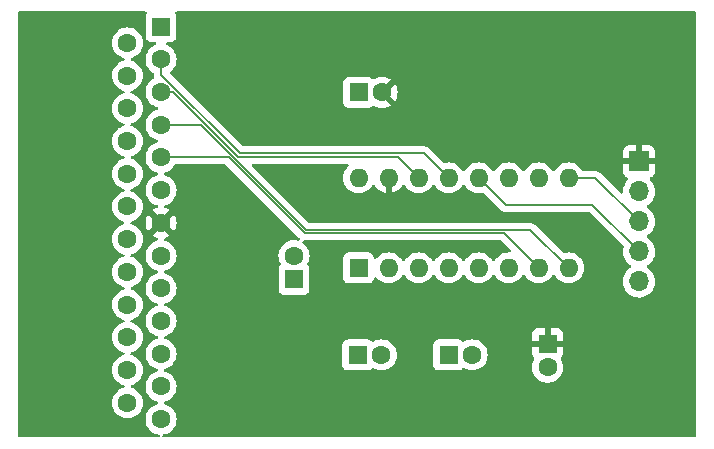
<source format=gbr>
%TF.GenerationSoftware,KiCad,Pcbnew,(6.0.2)*%
%TF.CreationDate,2022-02-24T11:02:53-06:00*%
%TF.ProjectId,RS232TTL_Adaper,52533233-3254-4544-9c5f-416461706572,rev?*%
%TF.SameCoordinates,Original*%
%TF.FileFunction,Copper,L2,Bot*%
%TF.FilePolarity,Positive*%
%FSLAX46Y46*%
G04 Gerber Fmt 4.6, Leading zero omitted, Abs format (unit mm)*
G04 Created by KiCad (PCBNEW (6.0.2)) date 2022-02-24 11:02:53*
%MOMM*%
%LPD*%
G01*
G04 APERTURE LIST*
%TA.AperFunction,ComponentPad*%
%ADD10R,1.600000X1.600000*%
%TD*%
%TA.AperFunction,ComponentPad*%
%ADD11C,1.600000*%
%TD*%
%TA.AperFunction,ComponentPad*%
%ADD12R,1.700000X1.700000*%
%TD*%
%TA.AperFunction,ComponentPad*%
%ADD13O,1.700000X1.700000*%
%TD*%
%TA.AperFunction,ComponentPad*%
%ADD14O,1.600000X1.600000*%
%TD*%
%TA.AperFunction,Conductor*%
%ADD15C,0.152400*%
%TD*%
G04 APERTURE END LIST*
D10*
%TO.P,C4,1*%
%TO.N,GND*%
X134239000Y-116773888D03*
D11*
%TO.P,C4,2*%
%TO.N,Net-(U1-Pad6)*%
X134239000Y-118773888D03*
%TD*%
D10*
%TO.P,J1,1,1*%
%TO.N,unconnected-(J1-Pad1)*%
X101517331Y-89928000D03*
D11*
%TO.P,J1,2,2*%
%TO.N,/TX_232*%
X101517331Y-92698000D03*
%TO.P,J1,3,3*%
%TO.N,/RX_232*%
X101517331Y-95468000D03*
%TO.P,J1,4,4*%
%TO.N,/RTS_232*%
X101517331Y-98238000D03*
%TO.P,J1,5,5*%
%TO.N,/CTS_232*%
X101517331Y-101008000D03*
%TO.P,J1,6,6*%
%TO.N,unconnected-(J1-Pad6)*%
X101517331Y-103778000D03*
%TO.P,J1,7,7*%
%TO.N,GND*%
X101517331Y-106548000D03*
%TO.P,J1,8,8*%
%TO.N,unconnected-(J1-Pad8)*%
X101517331Y-109318000D03*
%TO.P,J1,9,9*%
%TO.N,unconnected-(J1-Pad9)*%
X101517331Y-112088000D03*
%TO.P,J1,10,10*%
%TO.N,unconnected-(J1-Pad10)*%
X101517331Y-114858000D03*
%TO.P,J1,11,11*%
%TO.N,unconnected-(J1-Pad11)*%
X101517331Y-117628000D03*
%TO.P,J1,12,12*%
%TO.N,unconnected-(J1-Pad12)*%
X101517331Y-120398000D03*
%TO.P,J1,13,13*%
%TO.N,unconnected-(J1-Pad13)*%
X101517331Y-123168000D03*
%TO.P,J1,14,P14*%
%TO.N,unconnected-(J1-Pad14)*%
X98677331Y-91313000D03*
%TO.P,J1,15,P15*%
%TO.N,unconnected-(J1-Pad15)*%
X98677331Y-94083000D03*
%TO.P,J1,16,P16*%
%TO.N,unconnected-(J1-Pad16)*%
X98677331Y-96853000D03*
%TO.P,J1,17,P17*%
%TO.N,unconnected-(J1-Pad17)*%
X98677331Y-99623000D03*
%TO.P,J1,18,P18*%
%TO.N,unconnected-(J1-Pad18)*%
X98677331Y-102393000D03*
%TO.P,J1,19,P19*%
%TO.N,unconnected-(J1-Pad19)*%
X98677331Y-105163000D03*
%TO.P,J1,20,P20*%
%TO.N,unconnected-(J1-Pad20)*%
X98677331Y-107933000D03*
%TO.P,J1,21,P21*%
%TO.N,unconnected-(J1-Pad21)*%
X98677331Y-110703000D03*
%TO.P,J1,22,P22*%
%TO.N,unconnected-(J1-Pad22)*%
X98677331Y-113473000D03*
%TO.P,J1,23,P23*%
%TO.N,unconnected-(J1-Pad23)*%
X98677331Y-116243000D03*
%TO.P,J1,24,P24*%
%TO.N,+5V*%
X98677331Y-119013000D03*
%TO.P,J1,25,P25*%
%TO.N,unconnected-(J1-Pad25)*%
X98677331Y-121783000D03*
%TD*%
D12*
%TO.P,J2,1,Pin_1*%
%TO.N,GND*%
X141986000Y-101351000D03*
D13*
%TO.P,J2,2,Pin_2*%
%TO.N,/CTS_TTL*%
X141986000Y-103891000D03*
%TO.P,J2,3,Pin_3*%
%TO.N,/RTS_TTL*%
X141986000Y-106431000D03*
%TO.P,J2,4,Pin_4*%
%TO.N,/TX_TTL*%
X141986000Y-108971000D03*
%TO.P,J2,5,Pin_5*%
%TO.N,/RX_TTL*%
X141986000Y-111511000D03*
%TD*%
D10*
%TO.P,C5,1*%
%TO.N,+5V*%
X118237000Y-95504000D03*
D11*
%TO.P,C5,2*%
%TO.N,GND*%
X120237000Y-95504000D03*
%TD*%
D10*
%TO.P,C2,1*%
%TO.N,Net-(C2-Pad1)*%
X125857000Y-117729000D03*
D11*
%TO.P,C2,2*%
%TO.N,Net-(C2-Pad2)*%
X127857000Y-117729000D03*
%TD*%
D10*
%TO.P,C1,1*%
%TO.N,Net-(C1-Pad1)*%
X118170888Y-117729000D03*
D11*
%TO.P,C1,2*%
%TO.N,Net-(C1-Pad2)*%
X120170888Y-117729000D03*
%TD*%
D10*
%TO.P,C3,1*%
%TO.N,Net-(U1-Pad2)*%
X112776000Y-111318113D03*
D11*
%TO.P,C3,2*%
%TO.N,+5V*%
X112776000Y-109318113D03*
%TD*%
D10*
%TO.P,U1,1,C1+*%
%TO.N,Net-(C1-Pad1)*%
X118237000Y-110363000D03*
D14*
%TO.P,U1,2,VS+*%
%TO.N,Net-(U1-Pad2)*%
X120777000Y-110363000D03*
%TO.P,U1,3,C1-*%
%TO.N,Net-(C1-Pad2)*%
X123317000Y-110363000D03*
%TO.P,U1,4,C2+*%
%TO.N,Net-(C2-Pad1)*%
X125857000Y-110363000D03*
%TO.P,U1,5,C2-*%
%TO.N,Net-(C2-Pad2)*%
X128397000Y-110363000D03*
%TO.P,U1,6,VS-*%
%TO.N,Net-(U1-Pad6)*%
X130937000Y-110363000D03*
%TO.P,U1,7,T2OUT*%
%TO.N,/CTS_232*%
X133477000Y-110363000D03*
%TO.P,U1,8,R2IN*%
%TO.N,/RTS_232*%
X136017000Y-110363000D03*
%TO.P,U1,9,R2OUT*%
%TO.N,/RTS_TTL*%
X136017000Y-102743000D03*
%TO.P,U1,10,T2IN*%
%TO.N,/CTS_TTL*%
X133477000Y-102743000D03*
%TO.P,U1,11,T1IN*%
%TO.N,/RX_TTL*%
X130937000Y-102743000D03*
%TO.P,U1,12,R1OUT*%
%TO.N,/TX_TTL*%
X128397000Y-102743000D03*
%TO.P,U1,13,R1IN*%
%TO.N,/TX_232*%
X125857000Y-102743000D03*
%TO.P,U1,14,T1OUT*%
%TO.N,/RX_232*%
X123317000Y-102743000D03*
%TO.P,U1,15,GND*%
%TO.N,GND*%
X120777000Y-102743000D03*
%TO.P,U1,16,VCC*%
%TO.N,+5V*%
X118237000Y-102743000D03*
%TD*%
D15*
%TO.N,/RX_232*%
X108049693Y-100965000D02*
X121539000Y-100965000D01*
X102552693Y-95468000D02*
X108049693Y-100965000D01*
X101517331Y-95468000D02*
X102552693Y-95468000D01*
X121539000Y-100965000D02*
X123317000Y-102743000D01*
%TO.N,/TX_232*%
X123774680Y-100660680D02*
X125857000Y-102743000D01*
X108175747Y-100660680D02*
X123774680Y-100660680D01*
X101517331Y-94002264D02*
X108175747Y-100660680D01*
X101517331Y-92698000D02*
X101517331Y-94002264D01*
%TO.N,/RTS_232*%
X132791680Y-107137680D02*
X113792000Y-107137680D01*
X136017000Y-110363000D02*
X132791680Y-107137680D01*
X104892320Y-98238000D02*
X101517331Y-98238000D01*
X113792000Y-107137680D02*
X104892320Y-98238000D01*
%TO.N,/CTS_232*%
X130556000Y-107442000D02*
X113665000Y-107442000D01*
X113665000Y-107441054D02*
X113665000Y-107442000D01*
X101517331Y-101008000D02*
X107231946Y-101008000D01*
X133477000Y-110363000D02*
X130556000Y-107442000D01*
X107231946Y-101008000D02*
X113665000Y-107441054D01*
%TO.N,/RTS_TTL*%
X136017000Y-102743000D02*
X138298000Y-102743000D01*
X138298000Y-102743000D02*
X141986000Y-106431000D01*
%TO.N,/TX_TTL*%
X138044000Y-105029000D02*
X141986000Y-108971000D01*
X128397000Y-102743000D02*
X130683000Y-105029000D01*
X130683000Y-105029000D02*
X138044000Y-105029000D01*
%TD*%
%TA.AperFunction,Conductor*%
%TO.N,GND*%
G36*
X100259290Y-88666002D02*
G01*
X100305783Y-88719658D01*
X100315887Y-88789932D01*
X100291997Y-88847563D01*
X100266716Y-88881295D01*
X100215586Y-89017684D01*
X100208831Y-89079866D01*
X100208831Y-90776134D01*
X100215586Y-90838316D01*
X100266716Y-90974705D01*
X100354070Y-91091261D01*
X100470626Y-91178615D01*
X100607015Y-91229745D01*
X100669197Y-91236500D01*
X100987004Y-91236500D01*
X101055125Y-91256502D01*
X101101618Y-91310158D01*
X101111722Y-91380432D01*
X101082228Y-91445012D01*
X101040254Y-91476695D01*
X100865569Y-91558151D01*
X100865564Y-91558154D01*
X100860582Y-91560477D01*
X100755720Y-91633902D01*
X100677542Y-91688643D01*
X100677539Y-91688645D01*
X100673031Y-91691802D01*
X100511133Y-91853700D01*
X100379808Y-92041251D01*
X100377485Y-92046233D01*
X100377482Y-92046238D01*
X100285370Y-92243775D01*
X100283047Y-92248757D01*
X100281625Y-92254065D01*
X100281624Y-92254067D01*
X100228360Y-92452849D01*
X100223788Y-92469913D01*
X100203833Y-92698000D01*
X100223788Y-92926087D01*
X100225212Y-92931400D01*
X100225212Y-92931402D01*
X100228984Y-92945477D01*
X100283047Y-93147243D01*
X100285370Y-93152224D01*
X100285370Y-93152225D01*
X100377482Y-93349762D01*
X100377485Y-93349767D01*
X100379808Y-93354749D01*
X100511133Y-93542300D01*
X100673031Y-93704198D01*
X100677539Y-93707355D01*
X100677542Y-93707357D01*
X100781207Y-93779944D01*
X100860582Y-93835523D01*
X100865567Y-93837847D01*
X100869631Y-93840194D01*
X100918624Y-93891576D01*
X100932631Y-93949313D01*
X100932631Y-93955686D01*
X100931553Y-93972133D01*
X100927586Y-94002264D01*
X100932631Y-94040583D01*
X100932631Y-94040585D01*
X100947681Y-94154901D01*
X100950841Y-94162530D01*
X100952979Y-94170509D01*
X100949962Y-94171317D01*
X100955961Y-94227181D01*
X100924175Y-94290664D01*
X100885216Y-94318990D01*
X100865569Y-94328151D01*
X100865564Y-94328154D01*
X100860582Y-94330477D01*
X100800113Y-94372818D01*
X100677542Y-94458643D01*
X100677539Y-94458645D01*
X100673031Y-94461802D01*
X100511133Y-94623700D01*
X100507976Y-94628208D01*
X100507974Y-94628211D01*
X100488610Y-94655866D01*
X100379808Y-94811251D01*
X100377485Y-94816233D01*
X100377482Y-94816238D01*
X100285370Y-95013775D01*
X100283047Y-95018757D01*
X100281625Y-95024065D01*
X100281624Y-95024067D01*
X100228360Y-95222849D01*
X100223788Y-95239913D01*
X100203833Y-95468000D01*
X100223788Y-95696087D01*
X100225212Y-95701400D01*
X100225212Y-95701402D01*
X100228984Y-95715477D01*
X100283047Y-95917243D01*
X100285370Y-95922224D01*
X100285370Y-95922225D01*
X100377482Y-96119762D01*
X100377485Y-96119767D01*
X100379808Y-96124749D01*
X100511133Y-96312300D01*
X100673031Y-96474198D01*
X100677539Y-96477355D01*
X100677542Y-96477357D01*
X100755720Y-96532098D01*
X100860582Y-96605523D01*
X100865564Y-96607846D01*
X100865569Y-96607849D01*
X101063106Y-96699961D01*
X101068088Y-96702284D01*
X101073396Y-96703706D01*
X101073398Y-96703707D01*
X101176350Y-96731293D01*
X101236973Y-96768245D01*
X101267994Y-96832106D01*
X101259566Y-96902600D01*
X101214363Y-96957347D01*
X101176350Y-96974707D01*
X101073398Y-97002293D01*
X101073396Y-97002294D01*
X101068088Y-97003716D01*
X101063107Y-97006039D01*
X101063106Y-97006039D01*
X100865569Y-97098151D01*
X100865564Y-97098154D01*
X100860582Y-97100477D01*
X100755720Y-97173902D01*
X100677542Y-97228643D01*
X100677539Y-97228645D01*
X100673031Y-97231802D01*
X100511133Y-97393700D01*
X100379808Y-97581251D01*
X100377485Y-97586233D01*
X100377482Y-97586238D01*
X100285370Y-97783775D01*
X100283047Y-97788757D01*
X100281625Y-97794065D01*
X100281624Y-97794067D01*
X100228360Y-97992849D01*
X100223788Y-98009913D01*
X100203833Y-98238000D01*
X100223788Y-98466087D01*
X100225212Y-98471400D01*
X100225212Y-98471402D01*
X100228984Y-98485477D01*
X100283047Y-98687243D01*
X100285370Y-98692224D01*
X100285370Y-98692225D01*
X100377482Y-98889762D01*
X100377485Y-98889767D01*
X100379808Y-98894749D01*
X100511133Y-99082300D01*
X100673031Y-99244198D01*
X100677539Y-99247355D01*
X100677542Y-99247357D01*
X100755720Y-99302098D01*
X100860582Y-99375523D01*
X100865564Y-99377846D01*
X100865569Y-99377849D01*
X101063106Y-99469961D01*
X101068088Y-99472284D01*
X101073396Y-99473706D01*
X101073398Y-99473707D01*
X101176350Y-99501293D01*
X101236973Y-99538245D01*
X101267994Y-99602106D01*
X101259566Y-99672600D01*
X101214363Y-99727347D01*
X101176350Y-99744707D01*
X101073398Y-99772293D01*
X101073396Y-99772294D01*
X101068088Y-99773716D01*
X101063107Y-99776039D01*
X101063106Y-99776039D01*
X100865569Y-99868151D01*
X100865564Y-99868154D01*
X100860582Y-99870477D01*
X100755720Y-99943902D01*
X100677542Y-99998643D01*
X100677539Y-99998645D01*
X100673031Y-100001802D01*
X100511133Y-100163700D01*
X100379808Y-100351251D01*
X100377485Y-100356233D01*
X100377482Y-100356238D01*
X100285370Y-100553775D01*
X100283047Y-100558757D01*
X100281625Y-100564065D01*
X100281624Y-100564067D01*
X100228360Y-100762849D01*
X100223788Y-100779913D01*
X100203833Y-101008000D01*
X100223788Y-101236087D01*
X100225212Y-101241400D01*
X100225212Y-101241402D01*
X100228984Y-101255477D01*
X100283047Y-101457243D01*
X100285370Y-101462224D01*
X100285370Y-101462225D01*
X100377482Y-101659762D01*
X100377485Y-101659767D01*
X100379808Y-101664749D01*
X100511133Y-101852300D01*
X100673031Y-102014198D01*
X100677539Y-102017355D01*
X100677542Y-102017357D01*
X100755720Y-102072098D01*
X100860582Y-102145523D01*
X100865564Y-102147846D01*
X100865569Y-102147849D01*
X101009598Y-102215010D01*
X101068088Y-102242284D01*
X101073396Y-102243706D01*
X101073398Y-102243707D01*
X101176350Y-102271293D01*
X101236973Y-102308245D01*
X101267994Y-102372106D01*
X101259566Y-102442600D01*
X101214363Y-102497347D01*
X101176350Y-102514707D01*
X101073398Y-102542293D01*
X101073396Y-102542294D01*
X101068088Y-102543716D01*
X101063107Y-102546039D01*
X101063106Y-102546039D01*
X100865569Y-102638151D01*
X100865564Y-102638154D01*
X100860582Y-102640477D01*
X100783705Y-102694307D01*
X100677542Y-102768643D01*
X100677539Y-102768645D01*
X100673031Y-102771802D01*
X100511133Y-102933700D01*
X100507976Y-102938208D01*
X100507974Y-102938211D01*
X100453233Y-103016389D01*
X100379808Y-103121251D01*
X100377485Y-103126233D01*
X100377482Y-103126238D01*
X100321245Y-103246840D01*
X100283047Y-103328757D01*
X100281625Y-103334065D01*
X100281624Y-103334067D01*
X100228360Y-103532849D01*
X100223788Y-103549913D01*
X100203833Y-103778000D01*
X100223788Y-104006087D01*
X100225212Y-104011400D01*
X100225212Y-104011402D01*
X100243785Y-104080715D01*
X100283047Y-104227243D01*
X100285370Y-104232224D01*
X100285370Y-104232225D01*
X100377482Y-104429762D01*
X100377485Y-104429767D01*
X100379808Y-104434749D01*
X100382962Y-104439254D01*
X100382963Y-104439255D01*
X100503912Y-104611987D01*
X100511133Y-104622300D01*
X100673031Y-104784198D01*
X100677539Y-104787355D01*
X100677542Y-104787357D01*
X100755720Y-104842098D01*
X100860582Y-104915523D01*
X100865564Y-104917846D01*
X100865569Y-104917849D01*
X101063106Y-105009961D01*
X101068088Y-105012284D01*
X101073395Y-105013706D01*
X101177317Y-105041552D01*
X101237939Y-105078504D01*
X101268961Y-105142365D01*
X101260532Y-105212859D01*
X101215329Y-105267606D01*
X101177316Y-105284966D01*
X101073570Y-105312764D01*
X101063278Y-105316510D01*
X100865820Y-105408586D01*
X100856325Y-105414069D01*
X100804283Y-105450509D01*
X100795907Y-105460988D01*
X100802975Y-105474434D01*
X101504519Y-106175978D01*
X101518463Y-106183592D01*
X101520296Y-106183461D01*
X101526911Y-106179210D01*
X102232408Y-105473713D01*
X102238838Y-105461938D01*
X102229542Y-105449923D01*
X102178337Y-105414069D01*
X102168842Y-105408586D01*
X101971384Y-105316510D01*
X101961092Y-105312764D01*
X101857346Y-105284966D01*
X101796723Y-105248015D01*
X101765702Y-105184154D01*
X101774130Y-105113660D01*
X101819333Y-105058912D01*
X101857345Y-105041552D01*
X101961267Y-105013706D01*
X101966574Y-105012284D01*
X101971556Y-105009961D01*
X102169093Y-104917849D01*
X102169098Y-104917846D01*
X102174080Y-104915523D01*
X102278942Y-104842098D01*
X102357120Y-104787357D01*
X102357123Y-104787355D01*
X102361631Y-104784198D01*
X102523529Y-104622300D01*
X102530751Y-104611987D01*
X102651699Y-104439255D01*
X102651700Y-104439254D01*
X102654854Y-104434749D01*
X102657177Y-104429767D01*
X102657180Y-104429762D01*
X102749292Y-104232225D01*
X102749292Y-104232224D01*
X102751615Y-104227243D01*
X102790878Y-104080715D01*
X102809450Y-104011402D01*
X102809450Y-104011400D01*
X102810874Y-104006087D01*
X102830829Y-103778000D01*
X102810874Y-103549913D01*
X102806302Y-103532849D01*
X102753038Y-103334067D01*
X102753037Y-103334065D01*
X102751615Y-103328757D01*
X102713417Y-103246840D01*
X102657180Y-103126238D01*
X102657177Y-103126233D01*
X102654854Y-103121251D01*
X102581429Y-103016389D01*
X102526688Y-102938211D01*
X102526686Y-102938208D01*
X102523529Y-102933700D01*
X102361631Y-102771802D01*
X102357123Y-102768645D01*
X102357120Y-102768643D01*
X102250957Y-102694307D01*
X102174080Y-102640477D01*
X102169098Y-102638154D01*
X102169093Y-102638151D01*
X101971556Y-102546039D01*
X101971555Y-102546039D01*
X101966574Y-102543716D01*
X101961266Y-102542294D01*
X101961264Y-102542293D01*
X101858312Y-102514707D01*
X101797689Y-102477755D01*
X101766668Y-102413894D01*
X101775096Y-102343400D01*
X101820299Y-102288653D01*
X101858312Y-102271293D01*
X101961264Y-102243707D01*
X101961266Y-102243706D01*
X101966574Y-102242284D01*
X102025064Y-102215010D01*
X102169093Y-102147849D01*
X102169098Y-102147846D01*
X102174080Y-102145523D01*
X102278942Y-102072098D01*
X102357120Y-102017357D01*
X102357123Y-102017355D01*
X102361631Y-102014198D01*
X102523529Y-101852300D01*
X102654854Y-101664749D01*
X102657178Y-101659764D01*
X102659525Y-101655700D01*
X102710907Y-101606707D01*
X102768644Y-101592700D01*
X106937566Y-101592700D01*
X107005687Y-101612702D01*
X107026661Y-101629605D01*
X113215493Y-107818437D01*
X113226362Y-107830830D01*
X113245068Y-107855209D01*
X113270667Y-107921430D01*
X113256401Y-107990978D01*
X113206799Y-108041773D01*
X113137609Y-108057688D01*
X113112492Y-108053617D01*
X113009409Y-108025995D01*
X113009398Y-108025993D01*
X113004087Y-108024570D01*
X112776000Y-108004615D01*
X112547913Y-108024570D01*
X112542600Y-108025994D01*
X112542598Y-108025994D01*
X112332067Y-108082406D01*
X112332065Y-108082407D01*
X112326757Y-108083829D01*
X112321776Y-108086152D01*
X112321775Y-108086152D01*
X112124238Y-108178264D01*
X112124233Y-108178267D01*
X112119251Y-108180590D01*
X112014389Y-108254015D01*
X111936211Y-108308756D01*
X111936208Y-108308758D01*
X111931700Y-108311915D01*
X111769802Y-108473813D01*
X111766645Y-108478321D01*
X111766643Y-108478324D01*
X111725754Y-108536720D01*
X111638477Y-108661364D01*
X111636154Y-108666346D01*
X111636151Y-108666351D01*
X111582598Y-108781197D01*
X111541716Y-108868870D01*
X111540294Y-108874178D01*
X111540293Y-108874180D01*
X111483911Y-109084598D01*
X111482457Y-109090026D01*
X111462502Y-109318113D01*
X111482457Y-109546200D01*
X111483881Y-109551513D01*
X111483881Y-109551515D01*
X111521965Y-109693643D01*
X111541716Y-109767356D01*
X111544039Y-109772337D01*
X111544039Y-109772338D01*
X111636151Y-109969875D01*
X111636154Y-109969880D01*
X111638477Y-109974862D01*
X111641631Y-109979367D01*
X111641632Y-109979368D01*
X111642295Y-109980314D01*
X111642459Y-109980799D01*
X111644383Y-109984132D01*
X111643713Y-109984519D01*
X111664988Y-110047587D01*
X111647707Y-110116448D01*
X111624998Y-110141850D01*
X111626269Y-110143121D01*
X111619919Y-110149471D01*
X111612739Y-110154852D01*
X111525385Y-110271408D01*
X111474255Y-110407797D01*
X111467500Y-110469979D01*
X111467500Y-112166247D01*
X111474255Y-112228429D01*
X111525385Y-112364818D01*
X111612739Y-112481374D01*
X111729295Y-112568728D01*
X111865684Y-112619858D01*
X111927866Y-112626613D01*
X113624134Y-112626613D01*
X113686316Y-112619858D01*
X113822705Y-112568728D01*
X113939261Y-112481374D01*
X114026615Y-112364818D01*
X114077745Y-112228429D01*
X114084500Y-112166247D01*
X114084500Y-110469979D01*
X114077745Y-110407797D01*
X114026615Y-110271408D01*
X113939261Y-110154852D01*
X113932081Y-110149471D01*
X113925731Y-110143121D01*
X113927971Y-110140881D01*
X113894829Y-110096548D01*
X113889810Y-110025729D01*
X113907949Y-109984323D01*
X113907617Y-109984132D01*
X113909339Y-109981149D01*
X113909705Y-109980314D01*
X113910368Y-109979368D01*
X113910369Y-109979367D01*
X113913523Y-109974862D01*
X113915846Y-109969880D01*
X113915849Y-109969875D01*
X114007961Y-109772338D01*
X114007961Y-109772337D01*
X114010284Y-109767356D01*
X114030036Y-109693643D01*
X114068119Y-109551515D01*
X114068119Y-109551513D01*
X114069543Y-109546200D01*
X114089498Y-109318113D01*
X114069543Y-109090026D01*
X114068089Y-109084598D01*
X114011707Y-108874180D01*
X114011706Y-108874178D01*
X114010284Y-108868870D01*
X113969402Y-108781197D01*
X113915849Y-108666351D01*
X113915846Y-108666346D01*
X113913523Y-108661364D01*
X113826246Y-108536720D01*
X113785357Y-108478324D01*
X113785355Y-108478321D01*
X113782198Y-108473813D01*
X113620300Y-108311915D01*
X113615790Y-108308757D01*
X113615784Y-108308752D01*
X113538972Y-108254968D01*
X113494643Y-108199511D01*
X113487334Y-108128892D01*
X113519364Y-108065531D01*
X113580566Y-108029546D01*
X113627688Y-108026833D01*
X113656811Y-108030667D01*
X113656812Y-108030667D01*
X113665000Y-108031745D01*
X113673188Y-108030667D01*
X113695133Y-108027778D01*
X113711579Y-108026700D01*
X130261620Y-108026700D01*
X130329741Y-108046702D01*
X130350715Y-108063605D01*
X131130138Y-108843028D01*
X131164164Y-108905340D01*
X131159099Y-108976155D01*
X131116552Y-109032991D01*
X131050032Y-109057802D01*
X131030064Y-109057644D01*
X130937000Y-109049502D01*
X130708913Y-109069457D01*
X130703600Y-109070881D01*
X130703598Y-109070881D01*
X130493067Y-109127293D01*
X130493065Y-109127294D01*
X130487757Y-109128716D01*
X130482776Y-109131039D01*
X130482775Y-109131039D01*
X130285238Y-109223151D01*
X130285233Y-109223154D01*
X130280251Y-109225477D01*
X130232277Y-109259069D01*
X130097211Y-109353643D01*
X130097208Y-109353645D01*
X130092700Y-109356802D01*
X129930802Y-109518700D01*
X129927645Y-109523208D01*
X129927643Y-109523211D01*
X129899677Y-109563151D01*
X129799477Y-109706251D01*
X129797154Y-109711233D01*
X129797151Y-109711238D01*
X129781195Y-109745457D01*
X129734278Y-109798742D01*
X129666001Y-109818203D01*
X129598041Y-109797661D01*
X129552805Y-109745457D01*
X129536849Y-109711238D01*
X129536846Y-109711233D01*
X129534523Y-109706251D01*
X129434323Y-109563151D01*
X129406357Y-109523211D01*
X129406355Y-109523208D01*
X129403198Y-109518700D01*
X129241300Y-109356802D01*
X129236792Y-109353645D01*
X129236789Y-109353643D01*
X129101723Y-109259069D01*
X129053749Y-109225477D01*
X129048767Y-109223154D01*
X129048762Y-109223151D01*
X128851225Y-109131039D01*
X128851224Y-109131039D01*
X128846243Y-109128716D01*
X128840935Y-109127294D01*
X128840933Y-109127293D01*
X128630402Y-109070881D01*
X128630400Y-109070881D01*
X128625087Y-109069457D01*
X128397000Y-109049502D01*
X128168913Y-109069457D01*
X128163600Y-109070881D01*
X128163598Y-109070881D01*
X127953067Y-109127293D01*
X127953065Y-109127294D01*
X127947757Y-109128716D01*
X127942776Y-109131039D01*
X127942775Y-109131039D01*
X127745238Y-109223151D01*
X127745233Y-109223154D01*
X127740251Y-109225477D01*
X127692277Y-109259069D01*
X127557211Y-109353643D01*
X127557208Y-109353645D01*
X127552700Y-109356802D01*
X127390802Y-109518700D01*
X127387645Y-109523208D01*
X127387643Y-109523211D01*
X127359677Y-109563151D01*
X127259477Y-109706251D01*
X127257154Y-109711233D01*
X127257151Y-109711238D01*
X127241195Y-109745457D01*
X127194278Y-109798742D01*
X127126001Y-109818203D01*
X127058041Y-109797661D01*
X127012805Y-109745457D01*
X126996849Y-109711238D01*
X126996846Y-109711233D01*
X126994523Y-109706251D01*
X126894323Y-109563151D01*
X126866357Y-109523211D01*
X126866355Y-109523208D01*
X126863198Y-109518700D01*
X126701300Y-109356802D01*
X126696792Y-109353645D01*
X126696789Y-109353643D01*
X126561723Y-109259069D01*
X126513749Y-109225477D01*
X126508767Y-109223154D01*
X126508762Y-109223151D01*
X126311225Y-109131039D01*
X126311224Y-109131039D01*
X126306243Y-109128716D01*
X126300935Y-109127294D01*
X126300933Y-109127293D01*
X126090402Y-109070881D01*
X126090400Y-109070881D01*
X126085087Y-109069457D01*
X125857000Y-109049502D01*
X125628913Y-109069457D01*
X125623600Y-109070881D01*
X125623598Y-109070881D01*
X125413067Y-109127293D01*
X125413065Y-109127294D01*
X125407757Y-109128716D01*
X125402776Y-109131039D01*
X125402775Y-109131039D01*
X125205238Y-109223151D01*
X125205233Y-109223154D01*
X125200251Y-109225477D01*
X125152277Y-109259069D01*
X125017211Y-109353643D01*
X125017208Y-109353645D01*
X125012700Y-109356802D01*
X124850802Y-109518700D01*
X124847645Y-109523208D01*
X124847643Y-109523211D01*
X124819677Y-109563151D01*
X124719477Y-109706251D01*
X124717154Y-109711233D01*
X124717151Y-109711238D01*
X124701195Y-109745457D01*
X124654278Y-109798742D01*
X124586001Y-109818203D01*
X124518041Y-109797661D01*
X124472805Y-109745457D01*
X124456849Y-109711238D01*
X124456846Y-109711233D01*
X124454523Y-109706251D01*
X124354323Y-109563151D01*
X124326357Y-109523211D01*
X124326355Y-109523208D01*
X124323198Y-109518700D01*
X124161300Y-109356802D01*
X124156792Y-109353645D01*
X124156789Y-109353643D01*
X124021723Y-109259069D01*
X123973749Y-109225477D01*
X123968767Y-109223154D01*
X123968762Y-109223151D01*
X123771225Y-109131039D01*
X123771224Y-109131039D01*
X123766243Y-109128716D01*
X123760935Y-109127294D01*
X123760933Y-109127293D01*
X123550402Y-109070881D01*
X123550400Y-109070881D01*
X123545087Y-109069457D01*
X123317000Y-109049502D01*
X123088913Y-109069457D01*
X123083600Y-109070881D01*
X123083598Y-109070881D01*
X122873067Y-109127293D01*
X122873065Y-109127294D01*
X122867757Y-109128716D01*
X122862776Y-109131039D01*
X122862775Y-109131039D01*
X122665238Y-109223151D01*
X122665233Y-109223154D01*
X122660251Y-109225477D01*
X122612277Y-109259069D01*
X122477211Y-109353643D01*
X122477208Y-109353645D01*
X122472700Y-109356802D01*
X122310802Y-109518700D01*
X122307645Y-109523208D01*
X122307643Y-109523211D01*
X122279677Y-109563151D01*
X122179477Y-109706251D01*
X122177154Y-109711233D01*
X122177151Y-109711238D01*
X122161195Y-109745457D01*
X122114278Y-109798742D01*
X122046001Y-109818203D01*
X121978041Y-109797661D01*
X121932805Y-109745457D01*
X121916849Y-109711238D01*
X121916846Y-109711233D01*
X121914523Y-109706251D01*
X121814323Y-109563151D01*
X121786357Y-109523211D01*
X121786355Y-109523208D01*
X121783198Y-109518700D01*
X121621300Y-109356802D01*
X121616792Y-109353645D01*
X121616789Y-109353643D01*
X121481723Y-109259069D01*
X121433749Y-109225477D01*
X121428767Y-109223154D01*
X121428762Y-109223151D01*
X121231225Y-109131039D01*
X121231224Y-109131039D01*
X121226243Y-109128716D01*
X121220935Y-109127294D01*
X121220933Y-109127293D01*
X121010402Y-109070881D01*
X121010400Y-109070881D01*
X121005087Y-109069457D01*
X120777000Y-109049502D01*
X120548913Y-109069457D01*
X120543600Y-109070881D01*
X120543598Y-109070881D01*
X120333067Y-109127293D01*
X120333065Y-109127294D01*
X120327757Y-109128716D01*
X120322776Y-109131039D01*
X120322775Y-109131039D01*
X120125238Y-109223151D01*
X120125233Y-109223154D01*
X120120251Y-109225477D01*
X120072277Y-109259069D01*
X119937211Y-109353643D01*
X119937208Y-109353645D01*
X119932700Y-109356802D01*
X119770802Y-109518700D01*
X119767643Y-109523211D01*
X119764108Y-109527424D01*
X119762974Y-109526473D01*
X119712929Y-109566471D01*
X119642310Y-109573776D01*
X119578951Y-109541742D01*
X119542970Y-109480538D01*
X119539918Y-109463483D01*
X119538745Y-109452684D01*
X119487615Y-109316295D01*
X119400261Y-109199739D01*
X119283705Y-109112385D01*
X119147316Y-109061255D01*
X119085134Y-109054500D01*
X117388866Y-109054500D01*
X117326684Y-109061255D01*
X117190295Y-109112385D01*
X117073739Y-109199739D01*
X116986385Y-109316295D01*
X116935255Y-109452684D01*
X116928500Y-109514866D01*
X116928500Y-111211134D01*
X116935255Y-111273316D01*
X116986385Y-111409705D01*
X117073739Y-111526261D01*
X117190295Y-111613615D01*
X117326684Y-111664745D01*
X117388866Y-111671500D01*
X119085134Y-111671500D01*
X119147316Y-111664745D01*
X119283705Y-111613615D01*
X119400261Y-111526261D01*
X119487615Y-111409705D01*
X119538745Y-111273316D01*
X119539917Y-111262526D01*
X119540803Y-111260394D01*
X119541425Y-111257778D01*
X119541848Y-111257879D01*
X119567155Y-111196965D01*
X119625517Y-111156537D01*
X119696471Y-111154078D01*
X119757490Y-111190371D01*
X119764489Y-111199031D01*
X119767643Y-111202789D01*
X119770802Y-111207300D01*
X119932700Y-111369198D01*
X119937208Y-111372355D01*
X119937211Y-111372357D01*
X119978542Y-111401297D01*
X120120251Y-111500523D01*
X120125233Y-111502846D01*
X120125238Y-111502849D01*
X120292638Y-111580908D01*
X120327757Y-111597284D01*
X120333065Y-111598706D01*
X120333067Y-111598707D01*
X120543598Y-111655119D01*
X120543600Y-111655119D01*
X120548913Y-111656543D01*
X120777000Y-111676498D01*
X121005087Y-111656543D01*
X121010400Y-111655119D01*
X121010402Y-111655119D01*
X121220933Y-111598707D01*
X121220935Y-111598706D01*
X121226243Y-111597284D01*
X121261362Y-111580908D01*
X121428762Y-111502849D01*
X121428767Y-111502846D01*
X121433749Y-111500523D01*
X121575458Y-111401297D01*
X121616789Y-111372357D01*
X121616792Y-111372355D01*
X121621300Y-111369198D01*
X121783198Y-111207300D01*
X121821750Y-111152243D01*
X121878145Y-111071702D01*
X121914523Y-111019749D01*
X121916846Y-111014767D01*
X121916849Y-111014762D01*
X121932805Y-110980543D01*
X121979722Y-110927258D01*
X122047999Y-110907797D01*
X122115959Y-110928339D01*
X122161195Y-110980543D01*
X122177151Y-111014762D01*
X122177154Y-111014767D01*
X122179477Y-111019749D01*
X122215855Y-111071702D01*
X122272251Y-111152243D01*
X122310802Y-111207300D01*
X122472700Y-111369198D01*
X122477208Y-111372355D01*
X122477211Y-111372357D01*
X122518542Y-111401297D01*
X122660251Y-111500523D01*
X122665233Y-111502846D01*
X122665238Y-111502849D01*
X122832638Y-111580908D01*
X122867757Y-111597284D01*
X122873065Y-111598706D01*
X122873067Y-111598707D01*
X123083598Y-111655119D01*
X123083600Y-111655119D01*
X123088913Y-111656543D01*
X123317000Y-111676498D01*
X123545087Y-111656543D01*
X123550400Y-111655119D01*
X123550402Y-111655119D01*
X123760933Y-111598707D01*
X123760935Y-111598706D01*
X123766243Y-111597284D01*
X123801362Y-111580908D01*
X123968762Y-111502849D01*
X123968767Y-111502846D01*
X123973749Y-111500523D01*
X124115458Y-111401297D01*
X124156789Y-111372357D01*
X124156792Y-111372355D01*
X124161300Y-111369198D01*
X124323198Y-111207300D01*
X124361750Y-111152243D01*
X124418145Y-111071702D01*
X124454523Y-111019749D01*
X124456846Y-111014767D01*
X124456849Y-111014762D01*
X124472805Y-110980543D01*
X124519722Y-110927258D01*
X124587999Y-110907797D01*
X124655959Y-110928339D01*
X124701195Y-110980543D01*
X124717151Y-111014762D01*
X124717154Y-111014767D01*
X124719477Y-111019749D01*
X124755855Y-111071702D01*
X124812251Y-111152243D01*
X124850802Y-111207300D01*
X125012700Y-111369198D01*
X125017208Y-111372355D01*
X125017211Y-111372357D01*
X125058542Y-111401297D01*
X125200251Y-111500523D01*
X125205233Y-111502846D01*
X125205238Y-111502849D01*
X125372638Y-111580908D01*
X125407757Y-111597284D01*
X125413065Y-111598706D01*
X125413067Y-111598707D01*
X125623598Y-111655119D01*
X125623600Y-111655119D01*
X125628913Y-111656543D01*
X125857000Y-111676498D01*
X126085087Y-111656543D01*
X126090400Y-111655119D01*
X126090402Y-111655119D01*
X126300933Y-111598707D01*
X126300935Y-111598706D01*
X126306243Y-111597284D01*
X126341362Y-111580908D01*
X126508762Y-111502849D01*
X126508767Y-111502846D01*
X126513749Y-111500523D01*
X126655458Y-111401297D01*
X126696789Y-111372357D01*
X126696792Y-111372355D01*
X126701300Y-111369198D01*
X126863198Y-111207300D01*
X126901750Y-111152243D01*
X126958145Y-111071702D01*
X126994523Y-111019749D01*
X126996846Y-111014767D01*
X126996849Y-111014762D01*
X127012805Y-110980543D01*
X127059722Y-110927258D01*
X127127999Y-110907797D01*
X127195959Y-110928339D01*
X127241195Y-110980543D01*
X127257151Y-111014762D01*
X127257154Y-111014767D01*
X127259477Y-111019749D01*
X127295855Y-111071702D01*
X127352251Y-111152243D01*
X127390802Y-111207300D01*
X127552700Y-111369198D01*
X127557208Y-111372355D01*
X127557211Y-111372357D01*
X127598542Y-111401297D01*
X127740251Y-111500523D01*
X127745233Y-111502846D01*
X127745238Y-111502849D01*
X127912638Y-111580908D01*
X127947757Y-111597284D01*
X127953065Y-111598706D01*
X127953067Y-111598707D01*
X128163598Y-111655119D01*
X128163600Y-111655119D01*
X128168913Y-111656543D01*
X128397000Y-111676498D01*
X128625087Y-111656543D01*
X128630400Y-111655119D01*
X128630402Y-111655119D01*
X128840933Y-111598707D01*
X128840935Y-111598706D01*
X128846243Y-111597284D01*
X128881362Y-111580908D01*
X129048762Y-111502849D01*
X129048767Y-111502846D01*
X129053749Y-111500523D01*
X129195458Y-111401297D01*
X129236789Y-111372357D01*
X129236792Y-111372355D01*
X129241300Y-111369198D01*
X129403198Y-111207300D01*
X129441750Y-111152243D01*
X129498145Y-111071702D01*
X129534523Y-111019749D01*
X129536846Y-111014767D01*
X129536849Y-111014762D01*
X129552805Y-110980543D01*
X129599722Y-110927258D01*
X129667999Y-110907797D01*
X129735959Y-110928339D01*
X129781195Y-110980543D01*
X129797151Y-111014762D01*
X129797154Y-111014767D01*
X129799477Y-111019749D01*
X129835855Y-111071702D01*
X129892251Y-111152243D01*
X129930802Y-111207300D01*
X130092700Y-111369198D01*
X130097208Y-111372355D01*
X130097211Y-111372357D01*
X130138542Y-111401297D01*
X130280251Y-111500523D01*
X130285233Y-111502846D01*
X130285238Y-111502849D01*
X130452638Y-111580908D01*
X130487757Y-111597284D01*
X130493065Y-111598706D01*
X130493067Y-111598707D01*
X130703598Y-111655119D01*
X130703600Y-111655119D01*
X130708913Y-111656543D01*
X130937000Y-111676498D01*
X131165087Y-111656543D01*
X131170400Y-111655119D01*
X131170402Y-111655119D01*
X131380933Y-111598707D01*
X131380935Y-111598706D01*
X131386243Y-111597284D01*
X131421362Y-111580908D01*
X131588762Y-111502849D01*
X131588767Y-111502846D01*
X131593749Y-111500523D01*
X131735458Y-111401297D01*
X131776789Y-111372357D01*
X131776792Y-111372355D01*
X131781300Y-111369198D01*
X131943198Y-111207300D01*
X131981750Y-111152243D01*
X132038145Y-111071702D01*
X132074523Y-111019749D01*
X132076846Y-111014767D01*
X132076849Y-111014762D01*
X132092805Y-110980543D01*
X132139722Y-110927258D01*
X132207999Y-110907797D01*
X132275959Y-110928339D01*
X132321195Y-110980543D01*
X132337151Y-111014762D01*
X132337154Y-111014767D01*
X132339477Y-111019749D01*
X132375855Y-111071702D01*
X132432251Y-111152243D01*
X132470802Y-111207300D01*
X132632700Y-111369198D01*
X132637208Y-111372355D01*
X132637211Y-111372357D01*
X132678542Y-111401297D01*
X132820251Y-111500523D01*
X132825233Y-111502846D01*
X132825238Y-111502849D01*
X132992638Y-111580908D01*
X133027757Y-111597284D01*
X133033065Y-111598706D01*
X133033067Y-111598707D01*
X133243598Y-111655119D01*
X133243600Y-111655119D01*
X133248913Y-111656543D01*
X133477000Y-111676498D01*
X133705087Y-111656543D01*
X133710400Y-111655119D01*
X133710402Y-111655119D01*
X133920933Y-111598707D01*
X133920935Y-111598706D01*
X133926243Y-111597284D01*
X133961362Y-111580908D01*
X134128762Y-111502849D01*
X134128767Y-111502846D01*
X134133749Y-111500523D01*
X134275458Y-111401297D01*
X134316789Y-111372357D01*
X134316792Y-111372355D01*
X134321300Y-111369198D01*
X134483198Y-111207300D01*
X134521750Y-111152243D01*
X134578145Y-111071702D01*
X134614523Y-111019749D01*
X134616846Y-111014767D01*
X134616849Y-111014762D01*
X134632805Y-110980543D01*
X134679722Y-110927258D01*
X134747999Y-110907797D01*
X134815959Y-110928339D01*
X134861195Y-110980543D01*
X134877151Y-111014762D01*
X134877154Y-111014767D01*
X134879477Y-111019749D01*
X134915855Y-111071702D01*
X134972251Y-111152243D01*
X135010802Y-111207300D01*
X135172700Y-111369198D01*
X135177208Y-111372355D01*
X135177211Y-111372357D01*
X135218542Y-111401297D01*
X135360251Y-111500523D01*
X135365233Y-111502846D01*
X135365238Y-111502849D01*
X135532638Y-111580908D01*
X135567757Y-111597284D01*
X135573065Y-111598706D01*
X135573067Y-111598707D01*
X135783598Y-111655119D01*
X135783600Y-111655119D01*
X135788913Y-111656543D01*
X136017000Y-111676498D01*
X136245087Y-111656543D01*
X136250400Y-111655119D01*
X136250402Y-111655119D01*
X136460933Y-111598707D01*
X136460935Y-111598706D01*
X136466243Y-111597284D01*
X136501362Y-111580908D01*
X136668762Y-111502849D01*
X136668767Y-111502846D01*
X136673749Y-111500523D01*
X136815458Y-111401297D01*
X136856789Y-111372357D01*
X136856792Y-111372355D01*
X136861300Y-111369198D01*
X137023198Y-111207300D01*
X137061750Y-111152243D01*
X137118145Y-111071702D01*
X137154523Y-111019749D01*
X137156846Y-111014767D01*
X137156849Y-111014762D01*
X137248961Y-110817225D01*
X137248961Y-110817224D01*
X137251284Y-110812243D01*
X137267266Y-110752600D01*
X137309119Y-110596402D01*
X137309119Y-110596400D01*
X137310543Y-110591087D01*
X137330498Y-110363000D01*
X137310543Y-110134913D01*
X137300263Y-110096548D01*
X137252707Y-109919067D01*
X137252706Y-109919065D01*
X137251284Y-109913757D01*
X137225348Y-109858137D01*
X137156849Y-109711238D01*
X137156846Y-109711233D01*
X137154523Y-109706251D01*
X137054323Y-109563151D01*
X137026357Y-109523211D01*
X137026355Y-109523208D01*
X137023198Y-109518700D01*
X136861300Y-109356802D01*
X136856792Y-109353645D01*
X136856789Y-109353643D01*
X136721723Y-109259069D01*
X136673749Y-109225477D01*
X136668767Y-109223154D01*
X136668762Y-109223151D01*
X136471225Y-109131039D01*
X136471224Y-109131039D01*
X136466243Y-109128716D01*
X136460935Y-109127294D01*
X136460933Y-109127293D01*
X136250402Y-109070881D01*
X136250400Y-109070881D01*
X136245087Y-109069457D01*
X136017000Y-109049502D01*
X135788913Y-109069457D01*
X135783600Y-109070881D01*
X135783598Y-109070881D01*
X135671028Y-109101044D01*
X135600052Y-109099354D01*
X135549322Y-109068432D01*
X133238067Y-106757177D01*
X133227199Y-106744785D01*
X133213719Y-106727217D01*
X133208693Y-106720667D01*
X133102857Y-106639457D01*
X133086553Y-106626946D01*
X133078928Y-106623788D01*
X133078927Y-106623787D01*
X133044893Y-106609690D01*
X132951946Y-106571190D01*
X132944317Y-106568030D01*
X132936129Y-106566952D01*
X132830004Y-106552980D01*
X132829999Y-106552980D01*
X132791680Y-106547935D01*
X132783492Y-106549013D01*
X132761547Y-106551902D01*
X132745101Y-106552980D01*
X114086380Y-106552980D01*
X114018259Y-106532978D01*
X113997285Y-106516075D01*
X109246005Y-101764795D01*
X109211979Y-101702483D01*
X109217044Y-101631668D01*
X109259591Y-101574832D01*
X109326111Y-101550021D01*
X109335100Y-101549700D01*
X117275612Y-101549700D01*
X117343733Y-101569702D01*
X117390226Y-101623358D01*
X117400330Y-101693632D01*
X117370836Y-101758212D01*
X117364707Y-101764795D01*
X117230802Y-101898700D01*
X117227645Y-101903208D01*
X117227643Y-101903211D01*
X117172902Y-101981389D01*
X117099477Y-102086251D01*
X117097154Y-102091233D01*
X117097151Y-102091238D01*
X117025138Y-102245672D01*
X117002716Y-102293757D01*
X117001294Y-102299065D01*
X117001293Y-102299067D01*
X116945041Y-102509002D01*
X116943457Y-102514913D01*
X116923502Y-102743000D01*
X116943457Y-102971087D01*
X116944881Y-102976400D01*
X116944881Y-102976402D01*
X116983694Y-103121251D01*
X117002716Y-103192243D01*
X117005039Y-103197224D01*
X117005039Y-103197225D01*
X117097151Y-103394762D01*
X117097154Y-103394767D01*
X117099477Y-103399749D01*
X117135855Y-103451702D01*
X117200902Y-103544598D01*
X117230802Y-103587300D01*
X117392700Y-103749198D01*
X117397208Y-103752355D01*
X117397211Y-103752357D01*
X117426014Y-103772525D01*
X117580251Y-103880523D01*
X117585233Y-103882846D01*
X117585238Y-103882849D01*
X117752638Y-103960908D01*
X117787757Y-103977284D01*
X117793065Y-103978706D01*
X117793067Y-103978707D01*
X118003598Y-104035119D01*
X118003600Y-104035119D01*
X118008913Y-104036543D01*
X118237000Y-104056498D01*
X118465087Y-104036543D01*
X118470400Y-104035119D01*
X118470402Y-104035119D01*
X118680933Y-103978707D01*
X118680935Y-103978706D01*
X118686243Y-103977284D01*
X118721362Y-103960908D01*
X118888762Y-103882849D01*
X118888767Y-103882846D01*
X118893749Y-103880523D01*
X119047986Y-103772525D01*
X119076789Y-103752357D01*
X119076792Y-103752355D01*
X119081300Y-103749198D01*
X119243198Y-103587300D01*
X119273099Y-103544598D01*
X119338145Y-103451702D01*
X119374523Y-103399749D01*
X119376846Y-103394767D01*
X119376849Y-103394762D01*
X119393081Y-103359951D01*
X119439998Y-103306666D01*
X119508275Y-103287205D01*
X119576235Y-103307747D01*
X119621471Y-103359951D01*
X119637586Y-103394511D01*
X119643069Y-103404007D01*
X119768028Y-103582467D01*
X119775084Y-103590875D01*
X119929125Y-103744916D01*
X119937533Y-103751972D01*
X120115993Y-103876931D01*
X120125489Y-103882414D01*
X120322947Y-103974490D01*
X120333239Y-103978236D01*
X120505503Y-104024394D01*
X120519599Y-104024058D01*
X120523000Y-104016116D01*
X120523000Y-102615000D01*
X120543002Y-102546879D01*
X120596658Y-102500386D01*
X120649000Y-102489000D01*
X120905000Y-102489000D01*
X120973121Y-102509002D01*
X121019614Y-102562658D01*
X121031000Y-102615000D01*
X121031000Y-104010967D01*
X121034973Y-104024498D01*
X121043522Y-104025727D01*
X121220761Y-103978236D01*
X121231053Y-103974490D01*
X121428511Y-103882414D01*
X121438007Y-103876931D01*
X121616467Y-103751972D01*
X121624875Y-103744916D01*
X121778916Y-103590875D01*
X121785972Y-103582467D01*
X121910931Y-103404007D01*
X121916414Y-103394511D01*
X121932529Y-103359951D01*
X121979446Y-103306666D01*
X122047723Y-103287205D01*
X122115683Y-103307747D01*
X122160919Y-103359951D01*
X122177151Y-103394762D01*
X122177154Y-103394767D01*
X122179477Y-103399749D01*
X122215855Y-103451702D01*
X122280902Y-103544598D01*
X122310802Y-103587300D01*
X122472700Y-103749198D01*
X122477208Y-103752355D01*
X122477211Y-103752357D01*
X122506014Y-103772525D01*
X122660251Y-103880523D01*
X122665233Y-103882846D01*
X122665238Y-103882849D01*
X122832638Y-103960908D01*
X122867757Y-103977284D01*
X122873065Y-103978706D01*
X122873067Y-103978707D01*
X123083598Y-104035119D01*
X123083600Y-104035119D01*
X123088913Y-104036543D01*
X123317000Y-104056498D01*
X123545087Y-104036543D01*
X123550400Y-104035119D01*
X123550402Y-104035119D01*
X123760933Y-103978707D01*
X123760935Y-103978706D01*
X123766243Y-103977284D01*
X123801362Y-103960908D01*
X123968762Y-103882849D01*
X123968767Y-103882846D01*
X123973749Y-103880523D01*
X124127986Y-103772525D01*
X124156789Y-103752357D01*
X124156792Y-103752355D01*
X124161300Y-103749198D01*
X124323198Y-103587300D01*
X124353099Y-103544598D01*
X124418145Y-103451702D01*
X124454523Y-103399749D01*
X124456846Y-103394767D01*
X124456849Y-103394762D01*
X124472805Y-103360543D01*
X124519722Y-103307258D01*
X124587999Y-103287797D01*
X124655959Y-103308339D01*
X124701195Y-103360543D01*
X124717151Y-103394762D01*
X124717154Y-103394767D01*
X124719477Y-103399749D01*
X124755855Y-103451702D01*
X124820902Y-103544598D01*
X124850802Y-103587300D01*
X125012700Y-103749198D01*
X125017208Y-103752355D01*
X125017211Y-103752357D01*
X125046014Y-103772525D01*
X125200251Y-103880523D01*
X125205233Y-103882846D01*
X125205238Y-103882849D01*
X125372638Y-103960908D01*
X125407757Y-103977284D01*
X125413065Y-103978706D01*
X125413067Y-103978707D01*
X125623598Y-104035119D01*
X125623600Y-104035119D01*
X125628913Y-104036543D01*
X125857000Y-104056498D01*
X126085087Y-104036543D01*
X126090400Y-104035119D01*
X126090402Y-104035119D01*
X126300933Y-103978707D01*
X126300935Y-103978706D01*
X126306243Y-103977284D01*
X126341362Y-103960908D01*
X126508762Y-103882849D01*
X126508767Y-103882846D01*
X126513749Y-103880523D01*
X126667986Y-103772525D01*
X126696789Y-103752357D01*
X126696792Y-103752355D01*
X126701300Y-103749198D01*
X126863198Y-103587300D01*
X126893099Y-103544598D01*
X126958145Y-103451702D01*
X126994523Y-103399749D01*
X126996846Y-103394767D01*
X126996849Y-103394762D01*
X127012805Y-103360543D01*
X127059722Y-103307258D01*
X127127999Y-103287797D01*
X127195959Y-103308339D01*
X127241195Y-103360543D01*
X127257151Y-103394762D01*
X127257154Y-103394767D01*
X127259477Y-103399749D01*
X127295855Y-103451702D01*
X127360902Y-103544598D01*
X127390802Y-103587300D01*
X127552700Y-103749198D01*
X127557208Y-103752355D01*
X127557211Y-103752357D01*
X127586014Y-103772525D01*
X127740251Y-103880523D01*
X127745233Y-103882846D01*
X127745238Y-103882849D01*
X127912638Y-103960908D01*
X127947757Y-103977284D01*
X127953065Y-103978706D01*
X127953067Y-103978707D01*
X128163598Y-104035119D01*
X128163600Y-104035119D01*
X128168913Y-104036543D01*
X128397000Y-104056498D01*
X128625087Y-104036543D01*
X128630400Y-104035119D01*
X128630402Y-104035119D01*
X128742972Y-104004956D01*
X128813948Y-104006646D01*
X128864678Y-104037568D01*
X130236613Y-105409503D01*
X130247480Y-105421894D01*
X130265987Y-105446013D01*
X130327404Y-105493139D01*
X130388127Y-105539734D01*
X130395753Y-105542893D01*
X130395755Y-105542894D01*
X130447043Y-105564138D01*
X130522733Y-105595490D01*
X130522736Y-105595491D01*
X130530363Y-105598650D01*
X130538551Y-105599728D01*
X130644676Y-105613700D01*
X130644681Y-105613700D01*
X130683000Y-105618745D01*
X130691188Y-105617667D01*
X130694546Y-105617225D01*
X130713132Y-105614778D01*
X130729579Y-105613700D01*
X137749620Y-105613700D01*
X137817741Y-105633702D01*
X137838715Y-105650605D01*
X140650762Y-108462652D01*
X140684788Y-108524964D01*
X140683084Y-108585418D01*
X140646989Y-108715570D01*
X140646441Y-108720700D01*
X140646440Y-108720704D01*
X140636654Y-108812281D01*
X140623251Y-108937695D01*
X140623548Y-108942848D01*
X140623548Y-108942851D01*
X140630848Y-109069457D01*
X140636110Y-109160715D01*
X140637247Y-109165761D01*
X140637248Y-109165767D01*
X140655442Y-109246498D01*
X140685222Y-109378639D01*
X140769266Y-109585616D01*
X140885987Y-109776088D01*
X141032250Y-109944938D01*
X141204126Y-110087632D01*
X141219384Y-110096548D01*
X141277445Y-110130476D01*
X141326169Y-110182114D01*
X141339240Y-110251897D01*
X141312509Y-110317669D01*
X141272055Y-110351027D01*
X141259607Y-110357507D01*
X141255474Y-110360610D01*
X141255471Y-110360612D01*
X141085100Y-110488530D01*
X141080965Y-110491635D01*
X141077393Y-110495373D01*
X140959974Y-110618245D01*
X140926629Y-110653138D01*
X140923715Y-110657410D01*
X140923714Y-110657411D01*
X140858781Y-110752600D01*
X140800743Y-110837680D01*
X140785003Y-110871590D01*
X140716230Y-111019749D01*
X140706688Y-111040305D01*
X140646989Y-111255570D01*
X140623251Y-111477695D01*
X140623548Y-111482848D01*
X140623548Y-111482851D01*
X140634686Y-111676019D01*
X140636110Y-111700715D01*
X140637247Y-111705761D01*
X140637248Y-111705767D01*
X140657119Y-111793939D01*
X140685222Y-111918639D01*
X140769266Y-112125616D01*
X140771965Y-112130020D01*
X140838574Y-112238716D01*
X140885987Y-112316088D01*
X141032250Y-112484938D01*
X141204126Y-112627632D01*
X141397000Y-112740338D01*
X141605692Y-112820030D01*
X141610760Y-112821061D01*
X141610763Y-112821062D01*
X141718017Y-112842883D01*
X141824597Y-112864567D01*
X141829772Y-112864757D01*
X141829774Y-112864757D01*
X142042673Y-112872564D01*
X142042677Y-112872564D01*
X142047837Y-112872753D01*
X142052957Y-112872097D01*
X142052959Y-112872097D01*
X142264288Y-112845025D01*
X142264289Y-112845025D01*
X142269416Y-112844368D01*
X142346512Y-112821238D01*
X142478429Y-112781661D01*
X142478434Y-112781659D01*
X142483384Y-112780174D01*
X142683994Y-112681896D01*
X142865860Y-112552173D01*
X143024096Y-112394489D01*
X143051459Y-112356410D01*
X143151435Y-112217277D01*
X143154453Y-112213077D01*
X143164699Y-112192347D01*
X143251136Y-112017453D01*
X143251137Y-112017451D01*
X143253430Y-112012811D01*
X143305775Y-111840523D01*
X143316865Y-111804023D01*
X143316865Y-111804021D01*
X143318370Y-111799069D01*
X143347529Y-111577590D01*
X143349156Y-111511000D01*
X143330852Y-111288361D01*
X143276431Y-111071702D01*
X143187354Y-110866840D01*
X143066014Y-110679277D01*
X142915670Y-110514051D01*
X142911619Y-110510852D01*
X142911615Y-110510848D01*
X142744414Y-110378800D01*
X142744410Y-110378798D01*
X142740359Y-110375598D01*
X142699053Y-110352796D01*
X142649084Y-110302364D01*
X142634312Y-110232921D01*
X142659428Y-110166516D01*
X142686780Y-110139909D01*
X142747570Y-110096548D01*
X142865860Y-110012173D01*
X142893808Y-109984323D01*
X142959292Y-109919067D01*
X143024096Y-109854489D01*
X143083594Y-109771689D01*
X143151435Y-109677277D01*
X143154453Y-109673077D01*
X143203531Y-109573776D01*
X143251136Y-109477453D01*
X143251137Y-109477451D01*
X143253430Y-109472811D01*
X143300983Y-109316295D01*
X143316865Y-109264023D01*
X143316865Y-109264021D01*
X143318370Y-109259069D01*
X143347529Y-109037590D01*
X143347611Y-109034240D01*
X143349074Y-108974365D01*
X143349074Y-108974361D01*
X143349156Y-108971000D01*
X143330852Y-108748361D01*
X143276431Y-108531702D01*
X143187354Y-108326840D01*
X143092741Y-108180590D01*
X143068822Y-108143617D01*
X143068820Y-108143614D01*
X143066014Y-108139277D01*
X142915670Y-107974051D01*
X142911619Y-107970852D01*
X142911615Y-107970848D01*
X142744414Y-107838800D01*
X142744410Y-107838798D01*
X142740359Y-107835598D01*
X142699053Y-107812796D01*
X142649084Y-107762364D01*
X142634312Y-107692921D01*
X142659428Y-107626516D01*
X142686780Y-107599909D01*
X142842175Y-107489067D01*
X142865860Y-107472173D01*
X143024096Y-107314489D01*
X143063099Y-107260211D01*
X143151435Y-107137277D01*
X143154453Y-107133077D01*
X143176386Y-107088700D01*
X143251136Y-106937453D01*
X143251137Y-106937451D01*
X143253430Y-106932811D01*
X143310557Y-106744785D01*
X143316865Y-106724023D01*
X143316865Y-106724021D01*
X143318370Y-106719069D01*
X143347529Y-106497590D01*
X143347611Y-106494240D01*
X143349074Y-106434365D01*
X143349074Y-106434361D01*
X143349156Y-106431000D01*
X143330852Y-106208361D01*
X143276431Y-105991702D01*
X143187354Y-105786840D01*
X143088285Y-105633702D01*
X143068822Y-105603617D01*
X143068820Y-105603614D01*
X143066014Y-105599277D01*
X142915670Y-105434051D01*
X142911619Y-105430852D01*
X142911615Y-105430848D01*
X142744414Y-105298800D01*
X142744410Y-105298798D01*
X142740359Y-105295598D01*
X142699053Y-105272796D01*
X142649084Y-105222364D01*
X142634312Y-105152921D01*
X142659428Y-105086516D01*
X142686780Y-105059909D01*
X142753548Y-105012284D01*
X142865860Y-104932173D01*
X142885737Y-104912366D01*
X143014353Y-104784198D01*
X143024096Y-104774489D01*
X143154453Y-104593077D01*
X143192989Y-104515106D01*
X143251136Y-104397453D01*
X143251137Y-104397451D01*
X143253430Y-104392811D01*
X143318370Y-104179069D01*
X143347529Y-103957590D01*
X143348178Y-103931039D01*
X143349074Y-103894365D01*
X143349074Y-103894361D01*
X143349156Y-103891000D01*
X143330852Y-103668361D01*
X143276431Y-103451702D01*
X143187354Y-103246840D01*
X143106107Y-103121251D01*
X143068822Y-103063617D01*
X143068820Y-103063614D01*
X143066014Y-103059277D01*
X143062540Y-103055459D01*
X143062533Y-103055450D01*
X142918435Y-102897088D01*
X142887383Y-102833242D01*
X142895779Y-102762744D01*
X142940956Y-102707976D01*
X142967400Y-102694307D01*
X143074052Y-102654325D01*
X143089649Y-102645786D01*
X143191724Y-102569285D01*
X143204285Y-102556724D01*
X143280786Y-102454649D01*
X143289324Y-102439054D01*
X143334478Y-102318606D01*
X143338105Y-102303351D01*
X143343631Y-102252486D01*
X143344000Y-102245672D01*
X143344000Y-101623115D01*
X143339525Y-101607876D01*
X143338135Y-101606671D01*
X143330452Y-101605000D01*
X140646116Y-101605000D01*
X140630877Y-101609475D01*
X140629672Y-101610865D01*
X140628001Y-101618548D01*
X140628001Y-102245669D01*
X140628371Y-102252490D01*
X140633895Y-102303352D01*
X140637521Y-102318604D01*
X140682676Y-102439054D01*
X140691214Y-102454649D01*
X140767715Y-102556724D01*
X140780276Y-102569285D01*
X140882351Y-102645786D01*
X140897946Y-102654324D01*
X141006827Y-102695142D01*
X141063591Y-102737784D01*
X141088291Y-102804345D01*
X141073083Y-102873694D01*
X141053691Y-102900175D01*
X141025378Y-102929803D01*
X140926629Y-103033138D01*
X140923715Y-103037410D01*
X140923714Y-103037411D01*
X140866522Y-103121251D01*
X140800743Y-103217680D01*
X140758661Y-103308339D01*
X140716230Y-103399749D01*
X140706688Y-103420305D01*
X140646989Y-103635570D01*
X140623251Y-103857695D01*
X140623548Y-103862848D01*
X140623548Y-103862851D01*
X140627683Y-103934559D01*
X140611636Y-104003718D01*
X140560745Y-104053223D01*
X140491169Y-104067355D01*
X140424998Y-104041628D01*
X140412797Y-104030907D01*
X138744387Y-102362497D01*
X138733519Y-102350105D01*
X138720039Y-102332537D01*
X138715013Y-102325987D01*
X138637386Y-102266423D01*
X138592873Y-102232266D01*
X138551213Y-102215010D01*
X138465084Y-102179334D01*
X138458266Y-102176510D01*
X138450637Y-102173350D01*
X138442449Y-102172272D01*
X138336324Y-102158300D01*
X138336319Y-102158300D01*
X138298000Y-102153255D01*
X138289812Y-102154333D01*
X138267867Y-102157222D01*
X138251421Y-102158300D01*
X137268313Y-102158300D01*
X137200192Y-102138298D01*
X137159194Y-102095300D01*
X137156847Y-102091236D01*
X137154523Y-102086251D01*
X137098944Y-102006876D01*
X137026357Y-101903211D01*
X137026355Y-101903208D01*
X137023198Y-101898700D01*
X136861300Y-101736802D01*
X136856792Y-101733645D01*
X136856789Y-101733643D01*
X136751276Y-101659762D01*
X136673749Y-101605477D01*
X136668767Y-101603154D01*
X136668762Y-101603151D01*
X136471225Y-101511039D01*
X136471224Y-101511039D01*
X136466243Y-101508716D01*
X136460935Y-101507294D01*
X136460933Y-101507293D01*
X136250402Y-101450881D01*
X136250400Y-101450881D01*
X136245087Y-101449457D01*
X136017000Y-101429502D01*
X135788913Y-101449457D01*
X135783600Y-101450881D01*
X135783598Y-101450881D01*
X135573067Y-101507293D01*
X135573065Y-101507294D01*
X135567757Y-101508716D01*
X135562776Y-101511039D01*
X135562775Y-101511039D01*
X135365238Y-101603151D01*
X135365233Y-101603154D01*
X135360251Y-101605477D01*
X135282724Y-101659762D01*
X135177211Y-101733643D01*
X135177208Y-101733645D01*
X135172700Y-101736802D01*
X135010802Y-101898700D01*
X135007645Y-101903208D01*
X135007643Y-101903211D01*
X134952902Y-101981389D01*
X134879477Y-102086251D01*
X134877154Y-102091233D01*
X134877151Y-102091238D01*
X134861195Y-102125457D01*
X134814278Y-102178742D01*
X134746001Y-102198203D01*
X134678041Y-102177661D01*
X134632805Y-102125457D01*
X134616849Y-102091238D01*
X134616846Y-102091233D01*
X134614523Y-102086251D01*
X134541098Y-101981389D01*
X134486357Y-101903211D01*
X134486355Y-101903208D01*
X134483198Y-101898700D01*
X134321300Y-101736802D01*
X134316792Y-101733645D01*
X134316789Y-101733643D01*
X134211276Y-101659762D01*
X134133749Y-101605477D01*
X134128767Y-101603154D01*
X134128762Y-101603151D01*
X133931225Y-101511039D01*
X133931224Y-101511039D01*
X133926243Y-101508716D01*
X133920935Y-101507294D01*
X133920933Y-101507293D01*
X133710402Y-101450881D01*
X133710400Y-101450881D01*
X133705087Y-101449457D01*
X133477000Y-101429502D01*
X133248913Y-101449457D01*
X133243600Y-101450881D01*
X133243598Y-101450881D01*
X133033067Y-101507293D01*
X133033065Y-101507294D01*
X133027757Y-101508716D01*
X133022776Y-101511039D01*
X133022775Y-101511039D01*
X132825238Y-101603151D01*
X132825233Y-101603154D01*
X132820251Y-101605477D01*
X132742724Y-101659762D01*
X132637211Y-101733643D01*
X132637208Y-101733645D01*
X132632700Y-101736802D01*
X132470802Y-101898700D01*
X132467645Y-101903208D01*
X132467643Y-101903211D01*
X132412902Y-101981389D01*
X132339477Y-102086251D01*
X132337154Y-102091233D01*
X132337151Y-102091238D01*
X132321195Y-102125457D01*
X132274278Y-102178742D01*
X132206001Y-102198203D01*
X132138041Y-102177661D01*
X132092805Y-102125457D01*
X132076849Y-102091238D01*
X132076846Y-102091233D01*
X132074523Y-102086251D01*
X132001098Y-101981389D01*
X131946357Y-101903211D01*
X131946355Y-101903208D01*
X131943198Y-101898700D01*
X131781300Y-101736802D01*
X131776792Y-101733645D01*
X131776789Y-101733643D01*
X131671276Y-101659762D01*
X131593749Y-101605477D01*
X131588767Y-101603154D01*
X131588762Y-101603151D01*
X131391225Y-101511039D01*
X131391224Y-101511039D01*
X131386243Y-101508716D01*
X131380935Y-101507294D01*
X131380933Y-101507293D01*
X131170402Y-101450881D01*
X131170400Y-101450881D01*
X131165087Y-101449457D01*
X130937000Y-101429502D01*
X130708913Y-101449457D01*
X130703600Y-101450881D01*
X130703598Y-101450881D01*
X130493067Y-101507293D01*
X130493065Y-101507294D01*
X130487757Y-101508716D01*
X130482776Y-101511039D01*
X130482775Y-101511039D01*
X130285238Y-101603151D01*
X130285233Y-101603154D01*
X130280251Y-101605477D01*
X130202724Y-101659762D01*
X130097211Y-101733643D01*
X130097208Y-101733645D01*
X130092700Y-101736802D01*
X129930802Y-101898700D01*
X129927645Y-101903208D01*
X129927643Y-101903211D01*
X129872902Y-101981389D01*
X129799477Y-102086251D01*
X129797154Y-102091233D01*
X129797151Y-102091238D01*
X129781195Y-102125457D01*
X129734278Y-102178742D01*
X129666001Y-102198203D01*
X129598041Y-102177661D01*
X129552805Y-102125457D01*
X129536849Y-102091238D01*
X129536846Y-102091233D01*
X129534523Y-102086251D01*
X129461098Y-101981389D01*
X129406357Y-101903211D01*
X129406355Y-101903208D01*
X129403198Y-101898700D01*
X129241300Y-101736802D01*
X129236792Y-101733645D01*
X129236789Y-101733643D01*
X129131276Y-101659762D01*
X129053749Y-101605477D01*
X129048767Y-101603154D01*
X129048762Y-101603151D01*
X128851225Y-101511039D01*
X128851224Y-101511039D01*
X128846243Y-101508716D01*
X128840935Y-101507294D01*
X128840933Y-101507293D01*
X128630402Y-101450881D01*
X128630400Y-101450881D01*
X128625087Y-101449457D01*
X128397000Y-101429502D01*
X128168913Y-101449457D01*
X128163600Y-101450881D01*
X128163598Y-101450881D01*
X127953067Y-101507293D01*
X127953065Y-101507294D01*
X127947757Y-101508716D01*
X127942776Y-101511039D01*
X127942775Y-101511039D01*
X127745238Y-101603151D01*
X127745233Y-101603154D01*
X127740251Y-101605477D01*
X127662724Y-101659762D01*
X127557211Y-101733643D01*
X127557208Y-101733645D01*
X127552700Y-101736802D01*
X127390802Y-101898700D01*
X127387645Y-101903208D01*
X127387643Y-101903211D01*
X127332902Y-101981389D01*
X127259477Y-102086251D01*
X127257154Y-102091233D01*
X127257151Y-102091238D01*
X127241195Y-102125457D01*
X127194278Y-102178742D01*
X127126001Y-102198203D01*
X127058041Y-102177661D01*
X127012805Y-102125457D01*
X126996849Y-102091238D01*
X126996846Y-102091233D01*
X126994523Y-102086251D01*
X126921098Y-101981389D01*
X126866357Y-101903211D01*
X126866355Y-101903208D01*
X126863198Y-101898700D01*
X126701300Y-101736802D01*
X126696792Y-101733645D01*
X126696789Y-101733643D01*
X126591276Y-101659762D01*
X126513749Y-101605477D01*
X126508767Y-101603154D01*
X126508762Y-101603151D01*
X126311225Y-101511039D01*
X126311224Y-101511039D01*
X126306243Y-101508716D01*
X126300935Y-101507294D01*
X126300933Y-101507293D01*
X126090402Y-101450881D01*
X126090400Y-101450881D01*
X126085087Y-101449457D01*
X125857000Y-101429502D01*
X125628913Y-101449457D01*
X125623600Y-101450881D01*
X125623598Y-101450881D01*
X125511028Y-101481044D01*
X125440052Y-101479354D01*
X125389322Y-101448432D01*
X125019775Y-101078885D01*
X140628000Y-101078885D01*
X140632475Y-101094124D01*
X140633865Y-101095329D01*
X140641548Y-101097000D01*
X141713885Y-101097000D01*
X141729124Y-101092525D01*
X141730329Y-101091135D01*
X141732000Y-101083452D01*
X141732000Y-101078885D01*
X142240000Y-101078885D01*
X142244475Y-101094124D01*
X142245865Y-101095329D01*
X142253548Y-101097000D01*
X143325884Y-101097000D01*
X143341123Y-101092525D01*
X143342328Y-101091135D01*
X143343999Y-101083452D01*
X143343999Y-100456331D01*
X143343629Y-100449510D01*
X143338105Y-100398648D01*
X143334479Y-100383396D01*
X143289324Y-100262946D01*
X143280786Y-100247351D01*
X143204285Y-100145276D01*
X143191724Y-100132715D01*
X143089649Y-100056214D01*
X143074054Y-100047676D01*
X142953606Y-100002522D01*
X142938351Y-99998895D01*
X142887486Y-99993369D01*
X142880672Y-99993000D01*
X142258115Y-99993000D01*
X142242876Y-99997475D01*
X142241671Y-99998865D01*
X142240000Y-100006548D01*
X142240000Y-101078885D01*
X141732000Y-101078885D01*
X141732000Y-100011116D01*
X141727525Y-99995877D01*
X141726135Y-99994672D01*
X141718452Y-99993001D01*
X141091331Y-99993001D01*
X141084510Y-99993371D01*
X141033648Y-99998895D01*
X141018396Y-100002521D01*
X140897946Y-100047676D01*
X140882351Y-100056214D01*
X140780276Y-100132715D01*
X140767715Y-100145276D01*
X140691214Y-100247351D01*
X140682676Y-100262946D01*
X140637522Y-100383394D01*
X140633895Y-100398649D01*
X140628369Y-100449514D01*
X140628000Y-100456328D01*
X140628000Y-101078885D01*
X125019775Y-101078885D01*
X124221067Y-100280177D01*
X124210199Y-100267785D01*
X124196719Y-100250217D01*
X124191693Y-100243667D01*
X124087477Y-100163700D01*
X124069553Y-100149946D01*
X124027893Y-100132690D01*
X123927317Y-100091030D01*
X123919129Y-100089952D01*
X123813004Y-100075980D01*
X123812999Y-100075980D01*
X123774680Y-100070935D01*
X123766492Y-100072013D01*
X123744547Y-100074902D01*
X123728101Y-100075980D01*
X108470127Y-100075980D01*
X108402006Y-100055978D01*
X108381032Y-100039075D01*
X104694091Y-96352134D01*
X116928500Y-96352134D01*
X116935255Y-96414316D01*
X116986385Y-96550705D01*
X117073739Y-96667261D01*
X117190295Y-96754615D01*
X117326684Y-96805745D01*
X117388866Y-96812500D01*
X119085134Y-96812500D01*
X119147316Y-96805745D01*
X119283705Y-96754615D01*
X119329502Y-96720292D01*
X119393078Y-96672645D01*
X119393081Y-96672642D01*
X119400261Y-96667261D01*
X119405642Y-96660081D01*
X119411993Y-96653730D01*
X119414135Y-96655872D01*
X119458846Y-96622436D01*
X119529664Y-96617406D01*
X119571035Y-96635523D01*
X119571232Y-96635182D01*
X119574298Y-96636952D01*
X119575090Y-96637299D01*
X119575989Y-96637929D01*
X119585489Y-96643414D01*
X119782947Y-96735490D01*
X119793239Y-96739236D01*
X120003688Y-96795625D01*
X120014481Y-96797528D01*
X120231525Y-96816517D01*
X120242475Y-96816517D01*
X120459519Y-96797528D01*
X120470312Y-96795625D01*
X120680761Y-96739236D01*
X120691053Y-96735490D01*
X120888511Y-96643414D01*
X120898006Y-96637931D01*
X120950048Y-96601491D01*
X120958424Y-96591012D01*
X120951356Y-96577566D01*
X119966885Y-95593095D01*
X119932859Y-95530783D01*
X119934694Y-95505132D01*
X120601408Y-95505132D01*
X120601539Y-95506965D01*
X120605790Y-95513580D01*
X121311287Y-96219077D01*
X121323062Y-96225507D01*
X121335077Y-96216211D01*
X121370931Y-96165006D01*
X121376414Y-96155511D01*
X121468490Y-95958053D01*
X121472236Y-95947761D01*
X121528625Y-95737312D01*
X121530528Y-95726519D01*
X121549517Y-95509475D01*
X121549517Y-95498525D01*
X121530528Y-95281481D01*
X121528625Y-95270688D01*
X121472236Y-95060239D01*
X121468490Y-95049947D01*
X121376414Y-94852489D01*
X121370931Y-94842994D01*
X121334491Y-94790952D01*
X121324012Y-94782576D01*
X121310566Y-94789644D01*
X120609022Y-95491188D01*
X120601408Y-95505132D01*
X119934694Y-95505132D01*
X119937924Y-95459968D01*
X119966885Y-95414905D01*
X120952077Y-94429713D01*
X120958507Y-94417938D01*
X120949211Y-94405923D01*
X120898006Y-94370069D01*
X120888511Y-94364586D01*
X120691053Y-94272510D01*
X120680761Y-94268764D01*
X120470312Y-94212375D01*
X120459519Y-94210472D01*
X120242475Y-94191483D01*
X120231525Y-94191483D01*
X120014481Y-94210472D01*
X120003688Y-94212375D01*
X119793239Y-94268764D01*
X119782947Y-94272510D01*
X119585489Y-94364586D01*
X119575989Y-94370071D01*
X119575090Y-94370701D01*
X119574630Y-94370856D01*
X119571232Y-94372818D01*
X119570838Y-94372135D01*
X119507816Y-94393388D01*
X119438956Y-94376102D01*
X119413197Y-94353066D01*
X119411993Y-94354270D01*
X119405642Y-94347919D01*
X119400261Y-94340739D01*
X119393081Y-94335358D01*
X119393078Y-94335355D01*
X119303224Y-94268014D01*
X119283705Y-94253385D01*
X119147316Y-94202255D01*
X119085134Y-94195500D01*
X117388866Y-94195500D01*
X117326684Y-94202255D01*
X117190295Y-94253385D01*
X117073739Y-94340739D01*
X116986385Y-94457295D01*
X116935255Y-94593684D01*
X116928500Y-94655866D01*
X116928500Y-96352134D01*
X104694091Y-96352134D01*
X102282259Y-93940302D01*
X102248233Y-93877990D01*
X102253298Y-93807175D01*
X102299082Y-93747996D01*
X102361631Y-93704198D01*
X102523529Y-93542300D01*
X102654854Y-93354749D01*
X102657177Y-93349767D01*
X102657180Y-93349762D01*
X102749292Y-93152225D01*
X102749292Y-93152224D01*
X102751615Y-93147243D01*
X102805679Y-92945477D01*
X102809450Y-92931402D01*
X102809450Y-92931400D01*
X102810874Y-92926087D01*
X102830829Y-92698000D01*
X102810874Y-92469913D01*
X102806302Y-92452849D01*
X102753038Y-92254067D01*
X102753037Y-92254065D01*
X102751615Y-92248757D01*
X102749292Y-92243775D01*
X102657180Y-92046238D01*
X102657177Y-92046233D01*
X102654854Y-92041251D01*
X102523529Y-91853700D01*
X102361631Y-91691802D01*
X102357123Y-91688645D01*
X102357120Y-91688643D01*
X102278942Y-91633902D01*
X102174080Y-91560477D01*
X102169098Y-91558154D01*
X102169093Y-91558151D01*
X101994408Y-91476695D01*
X101941123Y-91429778D01*
X101921662Y-91361501D01*
X101942204Y-91293541D01*
X101996226Y-91247475D01*
X102047658Y-91236500D01*
X102365465Y-91236500D01*
X102427647Y-91229745D01*
X102564036Y-91178615D01*
X102680592Y-91091261D01*
X102767946Y-90974705D01*
X102819076Y-90838316D01*
X102825831Y-90776134D01*
X102825831Y-89079866D01*
X102819076Y-89017684D01*
X102767946Y-88881295D01*
X102742665Y-88847563D01*
X102717819Y-88781058D01*
X102732872Y-88711676D01*
X102783047Y-88661446D01*
X102843493Y-88646000D01*
X146672589Y-88646000D01*
X146697171Y-88648421D01*
X146709156Y-88650805D01*
X146772065Y-88683713D01*
X146807197Y-88745408D01*
X146810574Y-88774404D01*
X146809166Y-96797528D01*
X146804290Y-124586888D01*
X146784276Y-124655005D01*
X146730612Y-124701489D01*
X146702871Y-124710445D01*
X146697170Y-124711579D01*
X146672589Y-124714000D01*
X101745701Y-124714000D01*
X101677580Y-124693998D01*
X101631087Y-124640342D01*
X101620983Y-124570068D01*
X101650477Y-124505488D01*
X101710203Y-124467104D01*
X101734720Y-124462479D01*
X101739937Y-124462023D01*
X101739942Y-124462022D01*
X101745418Y-124461543D01*
X101750731Y-124460119D01*
X101750733Y-124460119D01*
X101961264Y-124403707D01*
X101961266Y-124403706D01*
X101966574Y-124402284D01*
X101971556Y-124399961D01*
X102169093Y-124307849D01*
X102169098Y-124307846D01*
X102174080Y-124305523D01*
X102278942Y-124232098D01*
X102357120Y-124177357D01*
X102357123Y-124177355D01*
X102361631Y-124174198D01*
X102523529Y-124012300D01*
X102654854Y-123824749D01*
X102657177Y-123819767D01*
X102657180Y-123819762D01*
X102749292Y-123622225D01*
X102749292Y-123622224D01*
X102751615Y-123617243D01*
X102810874Y-123396087D01*
X102830829Y-123168000D01*
X102810874Y-122939913D01*
X102806302Y-122922849D01*
X102753038Y-122724067D01*
X102753037Y-122724065D01*
X102751615Y-122718757D01*
X102749292Y-122713775D01*
X102657180Y-122516238D01*
X102657177Y-122516233D01*
X102654854Y-122511251D01*
X102523529Y-122323700D01*
X102361631Y-122161802D01*
X102357123Y-122158645D01*
X102357120Y-122158643D01*
X102278942Y-122103902D01*
X102174080Y-122030477D01*
X102169098Y-122028154D01*
X102169093Y-122028151D01*
X101971556Y-121936039D01*
X101971555Y-121936039D01*
X101966574Y-121933716D01*
X101961266Y-121932294D01*
X101961264Y-121932293D01*
X101858312Y-121904707D01*
X101797689Y-121867755D01*
X101766668Y-121803894D01*
X101775096Y-121733400D01*
X101820299Y-121678653D01*
X101858312Y-121661293D01*
X101961264Y-121633707D01*
X101961266Y-121633706D01*
X101966574Y-121632284D01*
X101971556Y-121629961D01*
X102169093Y-121537849D01*
X102169098Y-121537846D01*
X102174080Y-121535523D01*
X102278942Y-121462098D01*
X102357120Y-121407357D01*
X102357123Y-121407355D01*
X102361631Y-121404198D01*
X102523529Y-121242300D01*
X102654854Y-121054749D01*
X102657177Y-121049767D01*
X102657180Y-121049762D01*
X102749292Y-120852225D01*
X102749292Y-120852224D01*
X102751615Y-120847243D01*
X102805679Y-120645477D01*
X102809450Y-120631402D01*
X102809450Y-120631400D01*
X102810874Y-120626087D01*
X102830829Y-120398000D01*
X102810874Y-120169913D01*
X102806302Y-120152849D01*
X102753038Y-119954067D01*
X102753037Y-119954065D01*
X102751615Y-119948757D01*
X102735285Y-119913737D01*
X102657180Y-119746238D01*
X102657177Y-119746233D01*
X102654854Y-119741251D01*
X102568684Y-119618188D01*
X102526688Y-119558211D01*
X102526686Y-119558208D01*
X102523529Y-119553700D01*
X102361631Y-119391802D01*
X102357123Y-119388645D01*
X102357120Y-119388643D01*
X102278942Y-119333902D01*
X102174080Y-119260477D01*
X102169098Y-119258154D01*
X102169093Y-119258151D01*
X101971556Y-119166039D01*
X101971555Y-119166039D01*
X101966574Y-119163716D01*
X101961266Y-119162294D01*
X101961264Y-119162293D01*
X101858312Y-119134707D01*
X101797689Y-119097755D01*
X101766668Y-119033894D01*
X101775096Y-118963400D01*
X101820299Y-118908653D01*
X101858312Y-118891293D01*
X101961264Y-118863707D01*
X101961266Y-118863706D01*
X101966574Y-118862284D01*
X101997573Y-118847829D01*
X102169093Y-118767849D01*
X102169098Y-118767846D01*
X102174080Y-118765523D01*
X102354322Y-118639316D01*
X102357120Y-118637357D01*
X102357123Y-118637355D01*
X102361631Y-118634198D01*
X102418695Y-118577134D01*
X116862388Y-118577134D01*
X116869143Y-118639316D01*
X116920273Y-118775705D01*
X117007627Y-118892261D01*
X117124183Y-118979615D01*
X117260572Y-119030745D01*
X117322754Y-119037500D01*
X119019022Y-119037500D01*
X119081204Y-119030745D01*
X119217593Y-118979615D01*
X119334149Y-118892261D01*
X119339530Y-118885081D01*
X119345880Y-118878731D01*
X119348120Y-118880971D01*
X119392453Y-118847829D01*
X119463272Y-118842810D01*
X119504678Y-118860949D01*
X119504869Y-118860617D01*
X119507852Y-118862339D01*
X119508685Y-118862704D01*
X119514139Y-118866523D01*
X119519121Y-118868846D01*
X119519126Y-118868849D01*
X119646503Y-118928245D01*
X119721645Y-118963284D01*
X119726953Y-118964706D01*
X119726955Y-118964707D01*
X119937486Y-119021119D01*
X119937488Y-119021119D01*
X119942801Y-119022543D01*
X120170888Y-119042498D01*
X120398975Y-119022543D01*
X120404288Y-119021119D01*
X120404290Y-119021119D01*
X120614821Y-118964707D01*
X120614823Y-118964706D01*
X120620131Y-118963284D01*
X120695273Y-118928245D01*
X120822650Y-118868849D01*
X120822655Y-118868846D01*
X120827637Y-118866523D01*
X120947076Y-118782891D01*
X121010677Y-118738357D01*
X121010680Y-118738355D01*
X121015188Y-118735198D01*
X121173252Y-118577134D01*
X124548500Y-118577134D01*
X124555255Y-118639316D01*
X124606385Y-118775705D01*
X124693739Y-118892261D01*
X124810295Y-118979615D01*
X124946684Y-119030745D01*
X125008866Y-119037500D01*
X126705134Y-119037500D01*
X126767316Y-119030745D01*
X126903705Y-118979615D01*
X127020261Y-118892261D01*
X127025642Y-118885081D01*
X127031992Y-118878731D01*
X127034232Y-118880971D01*
X127078565Y-118847829D01*
X127149384Y-118842810D01*
X127190790Y-118860949D01*
X127190981Y-118860617D01*
X127193964Y-118862339D01*
X127194797Y-118862704D01*
X127200251Y-118866523D01*
X127205233Y-118868846D01*
X127205238Y-118868849D01*
X127332615Y-118928245D01*
X127407757Y-118963284D01*
X127413065Y-118964706D01*
X127413067Y-118964707D01*
X127623598Y-119021119D01*
X127623600Y-119021119D01*
X127628913Y-119022543D01*
X127857000Y-119042498D01*
X128085087Y-119022543D01*
X128090400Y-119021119D01*
X128090402Y-119021119D01*
X128300933Y-118964707D01*
X128300935Y-118964706D01*
X128306243Y-118963284D01*
X128381385Y-118928245D01*
X128508762Y-118868849D01*
X128508767Y-118868846D01*
X128513749Y-118866523D01*
X128633188Y-118782891D01*
X128646046Y-118773888D01*
X132925502Y-118773888D01*
X132945457Y-119001975D01*
X132946881Y-119007288D01*
X132946881Y-119007290D01*
X132961702Y-119062600D01*
X133004716Y-119223131D01*
X133007039Y-119228112D01*
X133007039Y-119228113D01*
X133099151Y-119425650D01*
X133099154Y-119425655D01*
X133101477Y-119430637D01*
X133174902Y-119535499D01*
X133190806Y-119558211D01*
X133232802Y-119618188D01*
X133394700Y-119780086D01*
X133399208Y-119783243D01*
X133399211Y-119783245D01*
X133477389Y-119837986D01*
X133582251Y-119911411D01*
X133587233Y-119913734D01*
X133587238Y-119913737D01*
X133784775Y-120005849D01*
X133789757Y-120008172D01*
X133795065Y-120009594D01*
X133795067Y-120009595D01*
X134005598Y-120066007D01*
X134005600Y-120066007D01*
X134010913Y-120067431D01*
X134239000Y-120087386D01*
X134467087Y-120067431D01*
X134472400Y-120066007D01*
X134472402Y-120066007D01*
X134682933Y-120009595D01*
X134682935Y-120009594D01*
X134688243Y-120008172D01*
X134693225Y-120005849D01*
X134890762Y-119913737D01*
X134890767Y-119913734D01*
X134895749Y-119911411D01*
X135000611Y-119837986D01*
X135078789Y-119783245D01*
X135078792Y-119783243D01*
X135083300Y-119780086D01*
X135245198Y-119618188D01*
X135287195Y-119558211D01*
X135303098Y-119535499D01*
X135376523Y-119430637D01*
X135378846Y-119425655D01*
X135378849Y-119425650D01*
X135470961Y-119228113D01*
X135470961Y-119228112D01*
X135473284Y-119223131D01*
X135516299Y-119062600D01*
X135531119Y-119007290D01*
X135531119Y-119007288D01*
X135532543Y-119001975D01*
X135552498Y-118773888D01*
X135532543Y-118545801D01*
X135473284Y-118324645D01*
X135470961Y-118319663D01*
X135378849Y-118122126D01*
X135378846Y-118122121D01*
X135376523Y-118117139D01*
X135373363Y-118112626D01*
X135372410Y-118111264D01*
X135372175Y-118110568D01*
X135370617Y-118107869D01*
X135371160Y-118107556D01*
X135349726Y-118043988D01*
X135367015Y-117975129D01*
X135389656Y-117949807D01*
X135388373Y-117948524D01*
X135407285Y-117929612D01*
X135483786Y-117827537D01*
X135492324Y-117811942D01*
X135537478Y-117691494D01*
X135541105Y-117676239D01*
X135546631Y-117625374D01*
X135547000Y-117618560D01*
X135547000Y-117046003D01*
X135542525Y-117030764D01*
X135541135Y-117029559D01*
X135533452Y-117027888D01*
X132949116Y-117027888D01*
X132933877Y-117032363D01*
X132932672Y-117033753D01*
X132931001Y-117041436D01*
X132931001Y-117618557D01*
X132931371Y-117625378D01*
X132936895Y-117676240D01*
X132940521Y-117691492D01*
X132985676Y-117811942D01*
X132994214Y-117827537D01*
X133070715Y-117929612D01*
X133089627Y-117948524D01*
X133087369Y-117950782D01*
X133120457Y-117995042D01*
X133125476Y-118065861D01*
X133107139Y-118107728D01*
X133107383Y-118107869D01*
X133106115Y-118110065D01*
X133105590Y-118111264D01*
X133104637Y-118112626D01*
X133101477Y-118117139D01*
X133099154Y-118122121D01*
X133099151Y-118122126D01*
X133007039Y-118319663D01*
X133004716Y-118324645D01*
X132945457Y-118545801D01*
X132925502Y-118773888D01*
X128646046Y-118773888D01*
X128696789Y-118738357D01*
X128696792Y-118738355D01*
X128701300Y-118735198D01*
X128863198Y-118573300D01*
X128994523Y-118385749D01*
X128996846Y-118380767D01*
X128996849Y-118380762D01*
X129088961Y-118183225D01*
X129088961Y-118183224D01*
X129091284Y-118178243D01*
X129109553Y-118110065D01*
X129149119Y-117962402D01*
X129149119Y-117962400D01*
X129150543Y-117957087D01*
X129170498Y-117729000D01*
X129150543Y-117500913D01*
X129118908Y-117382849D01*
X129092707Y-117285067D01*
X129092706Y-117285065D01*
X129091284Y-117279757D01*
X129075217Y-117245301D01*
X128996849Y-117077238D01*
X128996846Y-117077233D01*
X128994523Y-117072251D01*
X128876892Y-116904257D01*
X128866357Y-116889211D01*
X128866355Y-116889208D01*
X128863198Y-116884700D01*
X128701300Y-116722802D01*
X128696792Y-116719645D01*
X128696789Y-116719643D01*
X128552546Y-116618643D01*
X128513749Y-116591477D01*
X128508767Y-116589154D01*
X128508762Y-116589151D01*
X128321377Y-116501773D01*
X132931000Y-116501773D01*
X132935475Y-116517012D01*
X132936865Y-116518217D01*
X132944548Y-116519888D01*
X133966885Y-116519888D01*
X133982124Y-116515413D01*
X133983329Y-116514023D01*
X133985000Y-116506340D01*
X133985000Y-116501773D01*
X134493000Y-116501773D01*
X134497475Y-116517012D01*
X134498865Y-116518217D01*
X134506548Y-116519888D01*
X135528884Y-116519888D01*
X135544123Y-116515413D01*
X135545328Y-116514023D01*
X135546999Y-116506340D01*
X135546999Y-115929219D01*
X135546629Y-115922398D01*
X135541105Y-115871536D01*
X135537479Y-115856284D01*
X135492324Y-115735834D01*
X135483786Y-115720239D01*
X135407285Y-115618164D01*
X135394724Y-115605603D01*
X135292649Y-115529102D01*
X135277054Y-115520564D01*
X135156606Y-115475410D01*
X135141351Y-115471783D01*
X135090486Y-115466257D01*
X135083672Y-115465888D01*
X134511115Y-115465888D01*
X134495876Y-115470363D01*
X134494671Y-115471753D01*
X134493000Y-115479436D01*
X134493000Y-116501773D01*
X133985000Y-116501773D01*
X133985000Y-115484004D01*
X133980525Y-115468765D01*
X133979135Y-115467560D01*
X133971452Y-115465889D01*
X133394331Y-115465889D01*
X133387510Y-115466259D01*
X133336648Y-115471783D01*
X133321396Y-115475409D01*
X133200946Y-115520564D01*
X133185351Y-115529102D01*
X133083276Y-115605603D01*
X133070715Y-115618164D01*
X132994214Y-115720239D01*
X132985676Y-115735834D01*
X132940522Y-115856282D01*
X132936895Y-115871537D01*
X132931369Y-115922402D01*
X132931000Y-115929216D01*
X132931000Y-116501773D01*
X128321377Y-116501773D01*
X128311225Y-116497039D01*
X128311224Y-116497039D01*
X128306243Y-116494716D01*
X128300935Y-116493294D01*
X128300933Y-116493293D01*
X128090402Y-116436881D01*
X128090400Y-116436881D01*
X128085087Y-116435457D01*
X127857000Y-116415502D01*
X127628913Y-116435457D01*
X127623600Y-116436881D01*
X127623598Y-116436881D01*
X127413067Y-116493293D01*
X127413065Y-116493294D01*
X127407757Y-116494716D01*
X127402776Y-116497039D01*
X127402775Y-116497039D01*
X127205238Y-116589151D01*
X127205233Y-116589154D01*
X127200251Y-116591477D01*
X127194798Y-116595295D01*
X127194314Y-116595459D01*
X127190981Y-116597383D01*
X127190594Y-116596713D01*
X127127526Y-116617988D01*
X127058665Y-116600707D01*
X127033263Y-116577998D01*
X127031992Y-116579269D01*
X127025642Y-116572919D01*
X127020261Y-116565739D01*
X126903705Y-116478385D01*
X126767316Y-116427255D01*
X126705134Y-116420500D01*
X125008866Y-116420500D01*
X124946684Y-116427255D01*
X124810295Y-116478385D01*
X124693739Y-116565739D01*
X124606385Y-116682295D01*
X124555255Y-116818684D01*
X124548500Y-116880866D01*
X124548500Y-118577134D01*
X121173252Y-118577134D01*
X121177086Y-118573300D01*
X121308411Y-118385749D01*
X121310734Y-118380767D01*
X121310737Y-118380762D01*
X121402849Y-118183225D01*
X121402849Y-118183224D01*
X121405172Y-118178243D01*
X121423441Y-118110065D01*
X121463007Y-117962402D01*
X121463007Y-117962400D01*
X121464431Y-117957087D01*
X121484386Y-117729000D01*
X121464431Y-117500913D01*
X121432796Y-117382849D01*
X121406595Y-117285067D01*
X121406594Y-117285065D01*
X121405172Y-117279757D01*
X121389105Y-117245301D01*
X121310737Y-117077238D01*
X121310734Y-117077233D01*
X121308411Y-117072251D01*
X121190780Y-116904257D01*
X121180245Y-116889211D01*
X121180243Y-116889208D01*
X121177086Y-116884700D01*
X121015188Y-116722802D01*
X121010680Y-116719645D01*
X121010677Y-116719643D01*
X120866434Y-116618643D01*
X120827637Y-116591477D01*
X120822655Y-116589154D01*
X120822650Y-116589151D01*
X120625113Y-116497039D01*
X120625112Y-116497039D01*
X120620131Y-116494716D01*
X120614823Y-116493294D01*
X120614821Y-116493293D01*
X120404290Y-116436881D01*
X120404288Y-116436881D01*
X120398975Y-116435457D01*
X120170888Y-116415502D01*
X119942801Y-116435457D01*
X119937488Y-116436881D01*
X119937486Y-116436881D01*
X119726955Y-116493293D01*
X119726953Y-116493294D01*
X119721645Y-116494716D01*
X119716664Y-116497039D01*
X119716663Y-116497039D01*
X119519126Y-116589151D01*
X119519121Y-116589154D01*
X119514139Y-116591477D01*
X119508686Y-116595295D01*
X119508202Y-116595459D01*
X119504869Y-116597383D01*
X119504482Y-116596713D01*
X119441414Y-116617988D01*
X119372553Y-116600707D01*
X119347151Y-116577998D01*
X119345880Y-116579269D01*
X119339530Y-116572919D01*
X119334149Y-116565739D01*
X119217593Y-116478385D01*
X119081204Y-116427255D01*
X119019022Y-116420500D01*
X117322754Y-116420500D01*
X117260572Y-116427255D01*
X117124183Y-116478385D01*
X117007627Y-116565739D01*
X116920273Y-116682295D01*
X116869143Y-116818684D01*
X116862388Y-116880866D01*
X116862388Y-118577134D01*
X102418695Y-118577134D01*
X102523529Y-118472300D01*
X102654854Y-118284749D01*
X102657177Y-118279767D01*
X102657180Y-118279762D01*
X102749292Y-118082225D01*
X102749292Y-118082224D01*
X102751615Y-118077243D01*
X102785501Y-117950782D01*
X102809450Y-117861402D01*
X102809450Y-117861400D01*
X102810874Y-117856087D01*
X102830829Y-117628000D01*
X102810874Y-117399913D01*
X102806302Y-117382849D01*
X102753038Y-117184067D01*
X102753037Y-117184065D01*
X102751615Y-117178757D01*
X102749292Y-117173775D01*
X102657180Y-116976238D01*
X102657177Y-116976233D01*
X102654854Y-116971251D01*
X102548025Y-116818684D01*
X102526688Y-116788211D01*
X102526686Y-116788208D01*
X102523529Y-116783700D01*
X102361631Y-116621802D01*
X102357123Y-116618645D01*
X102357120Y-116618643D01*
X102216083Y-116519888D01*
X102174080Y-116490477D01*
X102169098Y-116488154D01*
X102169093Y-116488151D01*
X101971556Y-116396039D01*
X101971555Y-116396039D01*
X101966574Y-116393716D01*
X101961266Y-116392294D01*
X101961264Y-116392293D01*
X101858312Y-116364707D01*
X101797689Y-116327755D01*
X101766668Y-116263894D01*
X101775096Y-116193400D01*
X101820299Y-116138653D01*
X101858312Y-116121293D01*
X101961264Y-116093707D01*
X101961266Y-116093706D01*
X101966574Y-116092284D01*
X101971556Y-116089961D01*
X102169093Y-115997849D01*
X102169098Y-115997846D01*
X102174080Y-115995523D01*
X102351150Y-115871537D01*
X102357120Y-115867357D01*
X102357123Y-115867355D01*
X102361631Y-115864198D01*
X102523529Y-115702300D01*
X102654854Y-115514749D01*
X102657177Y-115509767D01*
X102657180Y-115509762D01*
X102749292Y-115312225D01*
X102749292Y-115312224D01*
X102751615Y-115307243D01*
X102805679Y-115105477D01*
X102809450Y-115091402D01*
X102809450Y-115091400D01*
X102810874Y-115086087D01*
X102830829Y-114858000D01*
X102810874Y-114629913D01*
X102806302Y-114612849D01*
X102753038Y-114414067D01*
X102753037Y-114414065D01*
X102751615Y-114408757D01*
X102749292Y-114403775D01*
X102657180Y-114206238D01*
X102657177Y-114206233D01*
X102654854Y-114201251D01*
X102523529Y-114013700D01*
X102361631Y-113851802D01*
X102357123Y-113848645D01*
X102357120Y-113848643D01*
X102278942Y-113793902D01*
X102174080Y-113720477D01*
X102169098Y-113718154D01*
X102169093Y-113718151D01*
X101971556Y-113626039D01*
X101971555Y-113626039D01*
X101966574Y-113623716D01*
X101961266Y-113622294D01*
X101961264Y-113622293D01*
X101858312Y-113594707D01*
X101797689Y-113557755D01*
X101766668Y-113493894D01*
X101775096Y-113423400D01*
X101820299Y-113368653D01*
X101858312Y-113351293D01*
X101961264Y-113323707D01*
X101961266Y-113323706D01*
X101966574Y-113322284D01*
X101971556Y-113319961D01*
X102169093Y-113227849D01*
X102169098Y-113227846D01*
X102174080Y-113225523D01*
X102278942Y-113152098D01*
X102357120Y-113097357D01*
X102357123Y-113097355D01*
X102361631Y-113094198D01*
X102523529Y-112932300D01*
X102654854Y-112744749D01*
X102657177Y-112739767D01*
X102657180Y-112739762D01*
X102749292Y-112542225D01*
X102749292Y-112542224D01*
X102751615Y-112537243D01*
X102764746Y-112488240D01*
X102809450Y-112321402D01*
X102809450Y-112321400D01*
X102810874Y-112316087D01*
X102830829Y-112088000D01*
X102810874Y-111859913D01*
X102806302Y-111842849D01*
X102753038Y-111644067D01*
X102753037Y-111644065D01*
X102751615Y-111638757D01*
X102723093Y-111577590D01*
X102657180Y-111436238D01*
X102657177Y-111436233D01*
X102654854Y-111431251D01*
X102549447Y-111280715D01*
X102526688Y-111248211D01*
X102526686Y-111248208D01*
X102523529Y-111243700D01*
X102361631Y-111081802D01*
X102357123Y-111078645D01*
X102357120Y-111078643D01*
X102265888Y-111014762D01*
X102174080Y-110950477D01*
X102169098Y-110948154D01*
X102169093Y-110948151D01*
X101971556Y-110856039D01*
X101971555Y-110856039D01*
X101966574Y-110853716D01*
X101961266Y-110852294D01*
X101961264Y-110852293D01*
X101858312Y-110824707D01*
X101797689Y-110787755D01*
X101766668Y-110723894D01*
X101775096Y-110653400D01*
X101820299Y-110598653D01*
X101858312Y-110581293D01*
X101961264Y-110553707D01*
X101961266Y-110553706D01*
X101966574Y-110552284D01*
X102040376Y-110517870D01*
X102169093Y-110457849D01*
X102169098Y-110457846D01*
X102174080Y-110455523D01*
X102278942Y-110382098D01*
X102357120Y-110327357D01*
X102357123Y-110327355D01*
X102361631Y-110324198D01*
X102523529Y-110162300D01*
X102528745Y-110154852D01*
X102604228Y-110047050D01*
X102654854Y-109974749D01*
X102657177Y-109969767D01*
X102657180Y-109969762D01*
X102749292Y-109772225D01*
X102749292Y-109772224D01*
X102751615Y-109767243D01*
X102775722Y-109677277D01*
X102809450Y-109551402D01*
X102809450Y-109551400D01*
X102810874Y-109546087D01*
X102830829Y-109318000D01*
X102810874Y-109089913D01*
X102806302Y-109072849D01*
X102753038Y-108874067D01*
X102753037Y-108874065D01*
X102751615Y-108868757D01*
X102749292Y-108863775D01*
X102657180Y-108666238D01*
X102657177Y-108666233D01*
X102654854Y-108661251D01*
X102523529Y-108473700D01*
X102361631Y-108311802D01*
X102357123Y-108308645D01*
X102357120Y-108308643D01*
X102201263Y-108199511D01*
X102174080Y-108180477D01*
X102169098Y-108178154D01*
X102169093Y-108178151D01*
X101971556Y-108086039D01*
X101971555Y-108086039D01*
X101966574Y-108083716D01*
X101857345Y-108054448D01*
X101796723Y-108017496D01*
X101765701Y-107953635D01*
X101774130Y-107883141D01*
X101819333Y-107828394D01*
X101857346Y-107811034D01*
X101961092Y-107783236D01*
X101971384Y-107779490D01*
X102168842Y-107687414D01*
X102178337Y-107681931D01*
X102230379Y-107645491D01*
X102238755Y-107635012D01*
X102231687Y-107621566D01*
X101530143Y-106920022D01*
X101516199Y-106912408D01*
X101514366Y-106912539D01*
X101507751Y-106916790D01*
X100802254Y-107622287D01*
X100795824Y-107634062D01*
X100805120Y-107646077D01*
X100856325Y-107681931D01*
X100865820Y-107687414D01*
X101063278Y-107779490D01*
X101073570Y-107783236D01*
X101177316Y-107811034D01*
X101237939Y-107847985D01*
X101268960Y-107911846D01*
X101260532Y-107982340D01*
X101215329Y-108037088D01*
X101177317Y-108054448D01*
X101068088Y-108083716D01*
X101063107Y-108086039D01*
X101063106Y-108086039D01*
X100865569Y-108178151D01*
X100865564Y-108178154D01*
X100860582Y-108180477D01*
X100833399Y-108199511D01*
X100677542Y-108308643D01*
X100677539Y-108308645D01*
X100673031Y-108311802D01*
X100511133Y-108473700D01*
X100379808Y-108661251D01*
X100377485Y-108666233D01*
X100377482Y-108666238D01*
X100285370Y-108863775D01*
X100283047Y-108868757D01*
X100281625Y-108874065D01*
X100281624Y-108874067D01*
X100228360Y-109072849D01*
X100223788Y-109089913D01*
X100203833Y-109318000D01*
X100223788Y-109546087D01*
X100225212Y-109551400D01*
X100225212Y-109551402D01*
X100258941Y-109677277D01*
X100283047Y-109767243D01*
X100285370Y-109772224D01*
X100285370Y-109772225D01*
X100377482Y-109969762D01*
X100377485Y-109969767D01*
X100379808Y-109974749D01*
X100430434Y-110047050D01*
X100505918Y-110154852D01*
X100511133Y-110162300D01*
X100673031Y-110324198D01*
X100677539Y-110327355D01*
X100677542Y-110327357D01*
X100755720Y-110382098D01*
X100860582Y-110455523D01*
X100865564Y-110457846D01*
X100865569Y-110457849D01*
X100994286Y-110517870D01*
X101068088Y-110552284D01*
X101073396Y-110553706D01*
X101073398Y-110553707D01*
X101176350Y-110581293D01*
X101236973Y-110618245D01*
X101267994Y-110682106D01*
X101259566Y-110752600D01*
X101214363Y-110807347D01*
X101176350Y-110824707D01*
X101073398Y-110852293D01*
X101073396Y-110852294D01*
X101068088Y-110853716D01*
X101063107Y-110856039D01*
X101063106Y-110856039D01*
X100865569Y-110948151D01*
X100865564Y-110948154D01*
X100860582Y-110950477D01*
X100768774Y-111014762D01*
X100677542Y-111078643D01*
X100677539Y-111078645D01*
X100673031Y-111081802D01*
X100511133Y-111243700D01*
X100507976Y-111248208D01*
X100507974Y-111248211D01*
X100485215Y-111280715D01*
X100379808Y-111431251D01*
X100377485Y-111436233D01*
X100377482Y-111436238D01*
X100311569Y-111577590D01*
X100283047Y-111638757D01*
X100281625Y-111644065D01*
X100281624Y-111644067D01*
X100228360Y-111842849D01*
X100223788Y-111859913D01*
X100203833Y-112088000D01*
X100223788Y-112316087D01*
X100225212Y-112321400D01*
X100225212Y-112321402D01*
X100269917Y-112488240D01*
X100283047Y-112537243D01*
X100285370Y-112542224D01*
X100285370Y-112542225D01*
X100377482Y-112739762D01*
X100377485Y-112739767D01*
X100379808Y-112744749D01*
X100511133Y-112932300D01*
X100673031Y-113094198D01*
X100677539Y-113097355D01*
X100677542Y-113097357D01*
X100755720Y-113152098D01*
X100860582Y-113225523D01*
X100865564Y-113227846D01*
X100865569Y-113227849D01*
X101063106Y-113319961D01*
X101068088Y-113322284D01*
X101073396Y-113323706D01*
X101073398Y-113323707D01*
X101176350Y-113351293D01*
X101236973Y-113388245D01*
X101267994Y-113452106D01*
X101259566Y-113522600D01*
X101214363Y-113577347D01*
X101176350Y-113594707D01*
X101073398Y-113622293D01*
X101073396Y-113622294D01*
X101068088Y-113623716D01*
X101063107Y-113626039D01*
X101063106Y-113626039D01*
X100865569Y-113718151D01*
X100865564Y-113718154D01*
X100860582Y-113720477D01*
X100755720Y-113793902D01*
X100677542Y-113848643D01*
X100677539Y-113848645D01*
X100673031Y-113851802D01*
X100511133Y-114013700D01*
X100379808Y-114201251D01*
X100377485Y-114206233D01*
X100377482Y-114206238D01*
X100285370Y-114403775D01*
X100283047Y-114408757D01*
X100281625Y-114414065D01*
X100281624Y-114414067D01*
X100228360Y-114612849D01*
X100223788Y-114629913D01*
X100203833Y-114858000D01*
X100223788Y-115086087D01*
X100225212Y-115091400D01*
X100225212Y-115091402D01*
X100228984Y-115105477D01*
X100283047Y-115307243D01*
X100285370Y-115312224D01*
X100285370Y-115312225D01*
X100377482Y-115509762D01*
X100377485Y-115509767D01*
X100379808Y-115514749D01*
X100511133Y-115702300D01*
X100673031Y-115864198D01*
X100677539Y-115867355D01*
X100677542Y-115867357D01*
X100683512Y-115871537D01*
X100860582Y-115995523D01*
X100865564Y-115997846D01*
X100865569Y-115997849D01*
X101063106Y-116089961D01*
X101068088Y-116092284D01*
X101073396Y-116093706D01*
X101073398Y-116093707D01*
X101176350Y-116121293D01*
X101236973Y-116158245D01*
X101267994Y-116222106D01*
X101259566Y-116292600D01*
X101214363Y-116347347D01*
X101176350Y-116364707D01*
X101073398Y-116392293D01*
X101073396Y-116392294D01*
X101068088Y-116393716D01*
X101063107Y-116396039D01*
X101063106Y-116396039D01*
X100865569Y-116488151D01*
X100865564Y-116488154D01*
X100860582Y-116490477D01*
X100818579Y-116519888D01*
X100677542Y-116618643D01*
X100677539Y-116618645D01*
X100673031Y-116621802D01*
X100511133Y-116783700D01*
X100507976Y-116788208D01*
X100507974Y-116788211D01*
X100486637Y-116818684D01*
X100379808Y-116971251D01*
X100377485Y-116976233D01*
X100377482Y-116976238D01*
X100285370Y-117173775D01*
X100283047Y-117178757D01*
X100281625Y-117184065D01*
X100281624Y-117184067D01*
X100228360Y-117382849D01*
X100223788Y-117399913D01*
X100203833Y-117628000D01*
X100223788Y-117856087D01*
X100225212Y-117861400D01*
X100225212Y-117861402D01*
X100249162Y-117950782D01*
X100283047Y-118077243D01*
X100285370Y-118082224D01*
X100285370Y-118082225D01*
X100377482Y-118279762D01*
X100377485Y-118279767D01*
X100379808Y-118284749D01*
X100511133Y-118472300D01*
X100673031Y-118634198D01*
X100677539Y-118637355D01*
X100677542Y-118637357D01*
X100680340Y-118639316D01*
X100860582Y-118765523D01*
X100865564Y-118767846D01*
X100865569Y-118767849D01*
X101037089Y-118847829D01*
X101068088Y-118862284D01*
X101073396Y-118863706D01*
X101073398Y-118863707D01*
X101176350Y-118891293D01*
X101236973Y-118928245D01*
X101267994Y-118992106D01*
X101259566Y-119062600D01*
X101214363Y-119117347D01*
X101176350Y-119134707D01*
X101073398Y-119162293D01*
X101073396Y-119162294D01*
X101068088Y-119163716D01*
X101063107Y-119166039D01*
X101063106Y-119166039D01*
X100865569Y-119258151D01*
X100865564Y-119258154D01*
X100860582Y-119260477D01*
X100755720Y-119333902D01*
X100677542Y-119388643D01*
X100677539Y-119388645D01*
X100673031Y-119391802D01*
X100511133Y-119553700D01*
X100507976Y-119558208D01*
X100507974Y-119558211D01*
X100465978Y-119618188D01*
X100379808Y-119741251D01*
X100377485Y-119746233D01*
X100377482Y-119746238D01*
X100299377Y-119913737D01*
X100283047Y-119948757D01*
X100281625Y-119954065D01*
X100281624Y-119954067D01*
X100228360Y-120152849D01*
X100223788Y-120169913D01*
X100203833Y-120398000D01*
X100223788Y-120626087D01*
X100225212Y-120631400D01*
X100225212Y-120631402D01*
X100228984Y-120645477D01*
X100283047Y-120847243D01*
X100285370Y-120852224D01*
X100285370Y-120852225D01*
X100377482Y-121049762D01*
X100377485Y-121049767D01*
X100379808Y-121054749D01*
X100511133Y-121242300D01*
X100673031Y-121404198D01*
X100677539Y-121407355D01*
X100677542Y-121407357D01*
X100755720Y-121462098D01*
X100860582Y-121535523D01*
X100865564Y-121537846D01*
X100865569Y-121537849D01*
X101063106Y-121629961D01*
X101068088Y-121632284D01*
X101073396Y-121633706D01*
X101073398Y-121633707D01*
X101176350Y-121661293D01*
X101236973Y-121698245D01*
X101267994Y-121762106D01*
X101259566Y-121832600D01*
X101214363Y-121887347D01*
X101176350Y-121904707D01*
X101073398Y-121932293D01*
X101073396Y-121932294D01*
X101068088Y-121933716D01*
X101063107Y-121936039D01*
X101063106Y-121936039D01*
X100865569Y-122028151D01*
X100865564Y-122028154D01*
X100860582Y-122030477D01*
X100755720Y-122103902D01*
X100677542Y-122158643D01*
X100677539Y-122158645D01*
X100673031Y-122161802D01*
X100511133Y-122323700D01*
X100379808Y-122511251D01*
X100377485Y-122516233D01*
X100377482Y-122516238D01*
X100285370Y-122713775D01*
X100283047Y-122718757D01*
X100281625Y-122724065D01*
X100281624Y-122724067D01*
X100228360Y-122922849D01*
X100223788Y-122939913D01*
X100203833Y-123168000D01*
X100223788Y-123396087D01*
X100283047Y-123617243D01*
X100285370Y-123622224D01*
X100285370Y-123622225D01*
X100377482Y-123819762D01*
X100377485Y-123819767D01*
X100379808Y-123824749D01*
X100511133Y-124012300D01*
X100673031Y-124174198D01*
X100677539Y-124177355D01*
X100677542Y-124177357D01*
X100755720Y-124232098D01*
X100860582Y-124305523D01*
X100865564Y-124307846D01*
X100865569Y-124307849D01*
X101063106Y-124399961D01*
X101068088Y-124402284D01*
X101073396Y-124403706D01*
X101073398Y-124403707D01*
X101283929Y-124460119D01*
X101283931Y-124460119D01*
X101289244Y-124461543D01*
X101294720Y-124462022D01*
X101294725Y-124462023D01*
X101299942Y-124462479D01*
X101366060Y-124488342D01*
X101407700Y-124545846D01*
X101411641Y-124616733D01*
X101376632Y-124678497D01*
X101313788Y-124711530D01*
X101288961Y-124714000D01*
X89547411Y-124714000D01*
X89522831Y-124711579D01*
X89500392Y-124707116D01*
X89437483Y-124674207D01*
X89402353Y-124612511D01*
X89398976Y-124583537D01*
X89398976Y-121783000D01*
X97363833Y-121783000D01*
X97383788Y-122011087D01*
X97385212Y-122016400D01*
X97385212Y-122016402D01*
X97388984Y-122030477D01*
X97443047Y-122232243D01*
X97445370Y-122237224D01*
X97445370Y-122237225D01*
X97537482Y-122434762D01*
X97537485Y-122434767D01*
X97539808Y-122439749D01*
X97671133Y-122627300D01*
X97833031Y-122789198D01*
X97837539Y-122792355D01*
X97837542Y-122792357D01*
X97915720Y-122847098D01*
X98020582Y-122920523D01*
X98025564Y-122922846D01*
X98025569Y-122922849D01*
X98223106Y-123014961D01*
X98228088Y-123017284D01*
X98233396Y-123018706D01*
X98233398Y-123018707D01*
X98443929Y-123075119D01*
X98443931Y-123075119D01*
X98449244Y-123076543D01*
X98677331Y-123096498D01*
X98905418Y-123076543D01*
X98910731Y-123075119D01*
X98910733Y-123075119D01*
X99121264Y-123018707D01*
X99121266Y-123018706D01*
X99126574Y-123017284D01*
X99131556Y-123014961D01*
X99329093Y-122922849D01*
X99329098Y-122922846D01*
X99334080Y-122920523D01*
X99438942Y-122847098D01*
X99517120Y-122792357D01*
X99517123Y-122792355D01*
X99521631Y-122789198D01*
X99683529Y-122627300D01*
X99814854Y-122439749D01*
X99817177Y-122434767D01*
X99817180Y-122434762D01*
X99909292Y-122237225D01*
X99909292Y-122237224D01*
X99911615Y-122232243D01*
X99965679Y-122030477D01*
X99969450Y-122016402D01*
X99969450Y-122016400D01*
X99970874Y-122011087D01*
X99990829Y-121783000D01*
X99970874Y-121554913D01*
X99966302Y-121537849D01*
X99913038Y-121339067D01*
X99913037Y-121339065D01*
X99911615Y-121333757D01*
X99909292Y-121328775D01*
X99817180Y-121131238D01*
X99817177Y-121131233D01*
X99814854Y-121126251D01*
X99683529Y-120938700D01*
X99521631Y-120776802D01*
X99517123Y-120773645D01*
X99517120Y-120773643D01*
X99438942Y-120718902D01*
X99334080Y-120645477D01*
X99329098Y-120643154D01*
X99329093Y-120643151D01*
X99131556Y-120551039D01*
X99131555Y-120551039D01*
X99126574Y-120548716D01*
X99121266Y-120547294D01*
X99121264Y-120547293D01*
X99018312Y-120519707D01*
X98957689Y-120482755D01*
X98926668Y-120418894D01*
X98935096Y-120348400D01*
X98980299Y-120293653D01*
X99018312Y-120276293D01*
X99121264Y-120248707D01*
X99121266Y-120248706D01*
X99126574Y-120247284D01*
X99131556Y-120244961D01*
X99329093Y-120152849D01*
X99329098Y-120152846D01*
X99334080Y-120150523D01*
X99454781Y-120066007D01*
X99517120Y-120022357D01*
X99517123Y-120022355D01*
X99521631Y-120019198D01*
X99683529Y-119857300D01*
X99814854Y-119669749D01*
X99817177Y-119664767D01*
X99817180Y-119664762D01*
X99909292Y-119467225D01*
X99909292Y-119467224D01*
X99911615Y-119462243D01*
X99965679Y-119260477D01*
X99969450Y-119246402D01*
X99969450Y-119246400D01*
X99970874Y-119241087D01*
X99990829Y-119013000D01*
X99970874Y-118784913D01*
X99966154Y-118767297D01*
X99913038Y-118569067D01*
X99913037Y-118569065D01*
X99911615Y-118563757D01*
X99909292Y-118558775D01*
X99817180Y-118361238D01*
X99817177Y-118361233D01*
X99814854Y-118356251D01*
X99683529Y-118168700D01*
X99521631Y-118006802D01*
X99517123Y-118003645D01*
X99517120Y-118003643D01*
X99438402Y-117948524D01*
X99334080Y-117875477D01*
X99329098Y-117873154D01*
X99329093Y-117873151D01*
X99131556Y-117781039D01*
X99131555Y-117781039D01*
X99126574Y-117778716D01*
X99121266Y-117777294D01*
X99121264Y-117777293D01*
X99018312Y-117749707D01*
X98957689Y-117712755D01*
X98926668Y-117648894D01*
X98935096Y-117578400D01*
X98980299Y-117523653D01*
X99018312Y-117506293D01*
X99121264Y-117478707D01*
X99121266Y-117478706D01*
X99126574Y-117477284D01*
X99162804Y-117460390D01*
X99329093Y-117382849D01*
X99329098Y-117382846D01*
X99334080Y-117380523D01*
X99470405Y-117285067D01*
X99517120Y-117252357D01*
X99517123Y-117252355D01*
X99521631Y-117249198D01*
X99683529Y-117087300D01*
X99694067Y-117072251D01*
X99761296Y-116976238D01*
X99814854Y-116899749D01*
X99817177Y-116894767D01*
X99817180Y-116894762D01*
X99909292Y-116697225D01*
X99909292Y-116697224D01*
X99911615Y-116692243D01*
X99918842Y-116665274D01*
X99969450Y-116476402D01*
X99969450Y-116476400D01*
X99970874Y-116471087D01*
X99990829Y-116243000D01*
X99970874Y-116014913D01*
X99966302Y-115997849D01*
X99913038Y-115799067D01*
X99913037Y-115799065D01*
X99911615Y-115793757D01*
X99877333Y-115720239D01*
X99817180Y-115591238D01*
X99817177Y-115591233D01*
X99814854Y-115586251D01*
X99731745Y-115467560D01*
X99686688Y-115403211D01*
X99686686Y-115403208D01*
X99683529Y-115398700D01*
X99521631Y-115236802D01*
X99517123Y-115233645D01*
X99517120Y-115233643D01*
X99438942Y-115178902D01*
X99334080Y-115105477D01*
X99329098Y-115103154D01*
X99329093Y-115103151D01*
X99131556Y-115011039D01*
X99131555Y-115011039D01*
X99126574Y-115008716D01*
X99121266Y-115007294D01*
X99121264Y-115007293D01*
X99018312Y-114979707D01*
X98957689Y-114942755D01*
X98926668Y-114878894D01*
X98935096Y-114808400D01*
X98980299Y-114753653D01*
X99018312Y-114736293D01*
X99121264Y-114708707D01*
X99121266Y-114708706D01*
X99126574Y-114707284D01*
X99131556Y-114704961D01*
X99329093Y-114612849D01*
X99329098Y-114612846D01*
X99334080Y-114610523D01*
X99438942Y-114537098D01*
X99517120Y-114482357D01*
X99517123Y-114482355D01*
X99521631Y-114479198D01*
X99683529Y-114317300D01*
X99814854Y-114129749D01*
X99817177Y-114124767D01*
X99817180Y-114124762D01*
X99909292Y-113927225D01*
X99909292Y-113927224D01*
X99911615Y-113922243D01*
X99965679Y-113720477D01*
X99969450Y-113706402D01*
X99969450Y-113706400D01*
X99970874Y-113701087D01*
X99990829Y-113473000D01*
X99970874Y-113244913D01*
X99966302Y-113227849D01*
X99913038Y-113029067D01*
X99913037Y-113029065D01*
X99911615Y-113023757D01*
X99909292Y-113018775D01*
X99817180Y-112821238D01*
X99817177Y-112821233D01*
X99814854Y-112816251D01*
X99683529Y-112628700D01*
X99521631Y-112466802D01*
X99517123Y-112463645D01*
X99517120Y-112463643D01*
X99423567Y-112398137D01*
X99334080Y-112335477D01*
X99329098Y-112333154D01*
X99329093Y-112333151D01*
X99131556Y-112241039D01*
X99131555Y-112241039D01*
X99126574Y-112238716D01*
X99121266Y-112237294D01*
X99121264Y-112237293D01*
X99018312Y-112209707D01*
X98957689Y-112172755D01*
X98926668Y-112108894D01*
X98935096Y-112038400D01*
X98980299Y-111983653D01*
X99018312Y-111966293D01*
X99121264Y-111938707D01*
X99121266Y-111938706D01*
X99126574Y-111937284D01*
X99166559Y-111918639D01*
X99329093Y-111842849D01*
X99329098Y-111842846D01*
X99334080Y-111840523D01*
X99438942Y-111767098D01*
X99517120Y-111712357D01*
X99517123Y-111712355D01*
X99521631Y-111709198D01*
X99683529Y-111547300D01*
X99706591Y-111514365D01*
X99761296Y-111436238D01*
X99814854Y-111359749D01*
X99817177Y-111354767D01*
X99817180Y-111354762D01*
X99909292Y-111157225D01*
X99909292Y-111157224D01*
X99911615Y-111152243D01*
X99931852Y-111076720D01*
X99969450Y-110936402D01*
X99969450Y-110936400D01*
X99970874Y-110931087D01*
X99990829Y-110703000D01*
X99970874Y-110474913D01*
X99966302Y-110457849D01*
X99913038Y-110259067D01*
X99913037Y-110259065D01*
X99911615Y-110253757D01*
X99901899Y-110232921D01*
X99817180Y-110051238D01*
X99817177Y-110051233D01*
X99814854Y-110046251D01*
X99725799Y-109919067D01*
X99686688Y-109863211D01*
X99686686Y-109863208D01*
X99683529Y-109858700D01*
X99521631Y-109696802D01*
X99517123Y-109693645D01*
X99517120Y-109693643D01*
X99438942Y-109638902D01*
X99334080Y-109565477D01*
X99329098Y-109563154D01*
X99329093Y-109563151D01*
X99131556Y-109471039D01*
X99131555Y-109471039D01*
X99126574Y-109468716D01*
X99121266Y-109467294D01*
X99121264Y-109467293D01*
X99018312Y-109439707D01*
X98957689Y-109402755D01*
X98926668Y-109338894D01*
X98935096Y-109268400D01*
X98980299Y-109213653D01*
X99018312Y-109196293D01*
X99121264Y-109168707D01*
X99121266Y-109168706D01*
X99126574Y-109167284D01*
X99131556Y-109164961D01*
X99329093Y-109072849D01*
X99329098Y-109072846D01*
X99334080Y-109070523D01*
X99468851Y-108976155D01*
X99517120Y-108942357D01*
X99517123Y-108942355D01*
X99521631Y-108939198D01*
X99683529Y-108777300D01*
X99703793Y-108748361D01*
X99741429Y-108694611D01*
X99814854Y-108589749D01*
X99817177Y-108584767D01*
X99817180Y-108584762D01*
X99909292Y-108387225D01*
X99909292Y-108387224D01*
X99911615Y-108382243D01*
X99927626Y-108322492D01*
X99969450Y-108166402D01*
X99969450Y-108166400D01*
X99970874Y-108161087D01*
X99990829Y-107933000D01*
X99970874Y-107704913D01*
X99952144Y-107635012D01*
X99913038Y-107489067D01*
X99913037Y-107489065D01*
X99911615Y-107483757D01*
X99832685Y-107314489D01*
X99817180Y-107281238D01*
X99817177Y-107281233D01*
X99814854Y-107276251D01*
X99683529Y-107088700D01*
X99521631Y-106926802D01*
X99517123Y-106923645D01*
X99517120Y-106923643D01*
X99407005Y-106846540D01*
X99334080Y-106795477D01*
X99329098Y-106793154D01*
X99329093Y-106793151D01*
X99131556Y-106701039D01*
X99131555Y-106701039D01*
X99126574Y-106698716D01*
X99121266Y-106697294D01*
X99121264Y-106697293D01*
X99018312Y-106669707D01*
X98957689Y-106632755D01*
X98926668Y-106568894D01*
X98928511Y-106553475D01*
X100204814Y-106553475D01*
X100223803Y-106770519D01*
X100225706Y-106781312D01*
X100282095Y-106991761D01*
X100285841Y-107002053D01*
X100377917Y-107199511D01*
X100383400Y-107209006D01*
X100419840Y-107261048D01*
X100430319Y-107269424D01*
X100443765Y-107262356D01*
X101145309Y-106560812D01*
X101151687Y-106549132D01*
X101881739Y-106549132D01*
X101881870Y-106550965D01*
X101886121Y-106557580D01*
X102591618Y-107263077D01*
X102603393Y-107269507D01*
X102615408Y-107260211D01*
X102651262Y-107209006D01*
X102656745Y-107199511D01*
X102748821Y-107002053D01*
X102752567Y-106991761D01*
X102808956Y-106781312D01*
X102810859Y-106770519D01*
X102829848Y-106553475D01*
X102829848Y-106542525D01*
X102810859Y-106325481D01*
X102808956Y-106314688D01*
X102752567Y-106104239D01*
X102748821Y-106093947D01*
X102656745Y-105896489D01*
X102651262Y-105886994D01*
X102614822Y-105834952D01*
X102604343Y-105826576D01*
X102590897Y-105833644D01*
X101889353Y-106535188D01*
X101881739Y-106549132D01*
X101151687Y-106549132D01*
X101152923Y-106546868D01*
X101152792Y-106545035D01*
X101148541Y-106538420D01*
X100443044Y-105832923D01*
X100431269Y-105826493D01*
X100419254Y-105835789D01*
X100383400Y-105886994D01*
X100377917Y-105896489D01*
X100285841Y-106093947D01*
X100282095Y-106104239D01*
X100225706Y-106314688D01*
X100223803Y-106325481D01*
X100204814Y-106542525D01*
X100204814Y-106553475D01*
X98928511Y-106553475D01*
X98935096Y-106498400D01*
X98980299Y-106443653D01*
X99018312Y-106426293D01*
X99121264Y-106398707D01*
X99121266Y-106398706D01*
X99126574Y-106397284D01*
X99131556Y-106394961D01*
X99329093Y-106302849D01*
X99329098Y-106302846D01*
X99334080Y-106300523D01*
X99465701Y-106208361D01*
X99517120Y-106172357D01*
X99517123Y-106172355D01*
X99521631Y-106169198D01*
X99683529Y-106007300D01*
X99690938Y-105996720D01*
X99767768Y-105886994D01*
X99814854Y-105819749D01*
X99817177Y-105814767D01*
X99817180Y-105814762D01*
X99909292Y-105617225D01*
X99909292Y-105617224D01*
X99911615Y-105612243D01*
X99913927Y-105603617D01*
X99969450Y-105396402D01*
X99969450Y-105396400D01*
X99970874Y-105391087D01*
X99990829Y-105163000D01*
X99970874Y-104934913D01*
X99969450Y-104929598D01*
X99913038Y-104719067D01*
X99913037Y-104719065D01*
X99911615Y-104713757D01*
X99875406Y-104636105D01*
X99817180Y-104511238D01*
X99817177Y-104511233D01*
X99814854Y-104506251D01*
X99683529Y-104318700D01*
X99521631Y-104156802D01*
X99517123Y-104153645D01*
X99517120Y-104153643D01*
X99412968Y-104080715D01*
X99334080Y-104025477D01*
X99329098Y-104023154D01*
X99329093Y-104023151D01*
X99131556Y-103931039D01*
X99131555Y-103931039D01*
X99126574Y-103928716D01*
X99121266Y-103927294D01*
X99121264Y-103927293D01*
X99018312Y-103899707D01*
X98957689Y-103862755D01*
X98926668Y-103798894D01*
X98935096Y-103728400D01*
X98980299Y-103673653D01*
X99018312Y-103656293D01*
X99121264Y-103628707D01*
X99121266Y-103628706D01*
X99126574Y-103627284D01*
X99131556Y-103624961D01*
X99329093Y-103532849D01*
X99329098Y-103532846D01*
X99334080Y-103530523D01*
X99484358Y-103425297D01*
X99517120Y-103402357D01*
X99517123Y-103402355D01*
X99521631Y-103399198D01*
X99683529Y-103237300D01*
X99700264Y-103213401D01*
X99761296Y-103126238D01*
X99814854Y-103049749D01*
X99817177Y-103044767D01*
X99817180Y-103044762D01*
X99909292Y-102847225D01*
X99909292Y-102847224D01*
X99911615Y-102842243D01*
X99965679Y-102640477D01*
X99969450Y-102626402D01*
X99969450Y-102626400D01*
X99970874Y-102621087D01*
X99990829Y-102393000D01*
X99970874Y-102164913D01*
X99966302Y-102147849D01*
X99913038Y-101949067D01*
X99913037Y-101949065D01*
X99911615Y-101943757D01*
X99909292Y-101938775D01*
X99817180Y-101741238D01*
X99817177Y-101741233D01*
X99814854Y-101736251D01*
X99683529Y-101548700D01*
X99521631Y-101386802D01*
X99517123Y-101383645D01*
X99517120Y-101383643D01*
X99438942Y-101328902D01*
X99334080Y-101255477D01*
X99329098Y-101253154D01*
X99329093Y-101253151D01*
X99131556Y-101161039D01*
X99131555Y-101161039D01*
X99126574Y-101158716D01*
X99121266Y-101157294D01*
X99121264Y-101157293D01*
X99018312Y-101129707D01*
X98957689Y-101092755D01*
X98926668Y-101028894D01*
X98935096Y-100958400D01*
X98980299Y-100903653D01*
X99018312Y-100886293D01*
X99121264Y-100858707D01*
X99121266Y-100858706D01*
X99126574Y-100857284D01*
X99131556Y-100854961D01*
X99329093Y-100762849D01*
X99329098Y-100762846D01*
X99334080Y-100760523D01*
X99438942Y-100687098D01*
X99517120Y-100632357D01*
X99517123Y-100632355D01*
X99521631Y-100629198D01*
X99683529Y-100467300D01*
X99814854Y-100279749D01*
X99817177Y-100274767D01*
X99817180Y-100274762D01*
X99909292Y-100077225D01*
X99909292Y-100077224D01*
X99911615Y-100072243D01*
X99920503Y-100039075D01*
X99969450Y-99856402D01*
X99969450Y-99856400D01*
X99970874Y-99851087D01*
X99990829Y-99623000D01*
X99970874Y-99394913D01*
X99966302Y-99377849D01*
X99913038Y-99179067D01*
X99913037Y-99179065D01*
X99911615Y-99173757D01*
X99909292Y-99168775D01*
X99817180Y-98971238D01*
X99817177Y-98971233D01*
X99814854Y-98966251D01*
X99683529Y-98778700D01*
X99521631Y-98616802D01*
X99517123Y-98613645D01*
X99517120Y-98613643D01*
X99438942Y-98558902D01*
X99334080Y-98485477D01*
X99329098Y-98483154D01*
X99329093Y-98483151D01*
X99131556Y-98391039D01*
X99131555Y-98391039D01*
X99126574Y-98388716D01*
X99121266Y-98387294D01*
X99121264Y-98387293D01*
X99018312Y-98359707D01*
X98957689Y-98322755D01*
X98926668Y-98258894D01*
X98935096Y-98188400D01*
X98980299Y-98133653D01*
X99018312Y-98116293D01*
X99121264Y-98088707D01*
X99121266Y-98088706D01*
X99126574Y-98087284D01*
X99131556Y-98084961D01*
X99329093Y-97992849D01*
X99329098Y-97992846D01*
X99334080Y-97990523D01*
X99438942Y-97917098D01*
X99517120Y-97862357D01*
X99517123Y-97862355D01*
X99521631Y-97859198D01*
X99683529Y-97697300D01*
X99814854Y-97509749D01*
X99817177Y-97504767D01*
X99817180Y-97504762D01*
X99909292Y-97307225D01*
X99909292Y-97307224D01*
X99911615Y-97302243D01*
X99965679Y-97100477D01*
X99969450Y-97086402D01*
X99969450Y-97086400D01*
X99970874Y-97081087D01*
X99990829Y-96853000D01*
X99970874Y-96624913D01*
X99969450Y-96619598D01*
X99913038Y-96409067D01*
X99913037Y-96409065D01*
X99911615Y-96403757D01*
X99885950Y-96348717D01*
X99817180Y-96201238D01*
X99817177Y-96201233D01*
X99814854Y-96196251D01*
X99683529Y-96008700D01*
X99521631Y-95846802D01*
X99517123Y-95843645D01*
X99517120Y-95843643D01*
X99438942Y-95788902D01*
X99334080Y-95715477D01*
X99329098Y-95713154D01*
X99329093Y-95713151D01*
X99131556Y-95621039D01*
X99131555Y-95621039D01*
X99126574Y-95618716D01*
X99121266Y-95617294D01*
X99121264Y-95617293D01*
X99018312Y-95589707D01*
X98957689Y-95552755D01*
X98926668Y-95488894D01*
X98935096Y-95418400D01*
X98980299Y-95363653D01*
X99018312Y-95346293D01*
X99121264Y-95318707D01*
X99121266Y-95318706D01*
X99126574Y-95317284D01*
X99131556Y-95314961D01*
X99329093Y-95222849D01*
X99329098Y-95222846D01*
X99334080Y-95220523D01*
X99438942Y-95147098D01*
X99517120Y-95092357D01*
X99517123Y-95092355D01*
X99521631Y-95089198D01*
X99683529Y-94927300D01*
X99814854Y-94739749D01*
X99817177Y-94734767D01*
X99817180Y-94734762D01*
X99909292Y-94537225D01*
X99909292Y-94537224D01*
X99911615Y-94532243D01*
X99929445Y-94465703D01*
X99969450Y-94316402D01*
X99969450Y-94316400D01*
X99970874Y-94311087D01*
X99990829Y-94083000D01*
X99970874Y-93854913D01*
X99966930Y-93840194D01*
X99913038Y-93639067D01*
X99913037Y-93639065D01*
X99911615Y-93633757D01*
X99909292Y-93628775D01*
X99817180Y-93431238D01*
X99817177Y-93431233D01*
X99814854Y-93426251D01*
X99683529Y-93238700D01*
X99521631Y-93076802D01*
X99517123Y-93073645D01*
X99517120Y-93073643D01*
X99438942Y-93018902D01*
X99334080Y-92945477D01*
X99329098Y-92943154D01*
X99329093Y-92943151D01*
X99131556Y-92851039D01*
X99131555Y-92851039D01*
X99126574Y-92848716D01*
X99121266Y-92847294D01*
X99121264Y-92847293D01*
X99018312Y-92819707D01*
X98957689Y-92782755D01*
X98926668Y-92718894D01*
X98935096Y-92648400D01*
X98980299Y-92593653D01*
X99018312Y-92576293D01*
X99121264Y-92548707D01*
X99121266Y-92548706D01*
X99126574Y-92547284D01*
X99131556Y-92544961D01*
X99329093Y-92452849D01*
X99329098Y-92452846D01*
X99334080Y-92450523D01*
X99438942Y-92377098D01*
X99517120Y-92322357D01*
X99517123Y-92322355D01*
X99521631Y-92319198D01*
X99683529Y-92157300D01*
X99814854Y-91969749D01*
X99817177Y-91964767D01*
X99817180Y-91964762D01*
X99909292Y-91767225D01*
X99909292Y-91767224D01*
X99911615Y-91762243D01*
X99965679Y-91560477D01*
X99969450Y-91546402D01*
X99969450Y-91546400D01*
X99970874Y-91541087D01*
X99990829Y-91313000D01*
X99970874Y-91084913D01*
X99911615Y-90863757D01*
X99899752Y-90838316D01*
X99817180Y-90661238D01*
X99817177Y-90661233D01*
X99814854Y-90656251D01*
X99683529Y-90468700D01*
X99521631Y-90306802D01*
X99517123Y-90303645D01*
X99517120Y-90303643D01*
X99438942Y-90248902D01*
X99334080Y-90175477D01*
X99329098Y-90173154D01*
X99329093Y-90173151D01*
X99131556Y-90081039D01*
X99131555Y-90081039D01*
X99126574Y-90078716D01*
X99121266Y-90077294D01*
X99121264Y-90077293D01*
X98910733Y-90020881D01*
X98910731Y-90020881D01*
X98905418Y-90019457D01*
X98677331Y-89999502D01*
X98449244Y-90019457D01*
X98443931Y-90020881D01*
X98443929Y-90020881D01*
X98233398Y-90077293D01*
X98233396Y-90077294D01*
X98228088Y-90078716D01*
X98223107Y-90081039D01*
X98223106Y-90081039D01*
X98025569Y-90173151D01*
X98025564Y-90173154D01*
X98020582Y-90175477D01*
X97915720Y-90248902D01*
X97837542Y-90303643D01*
X97837539Y-90303645D01*
X97833031Y-90306802D01*
X97671133Y-90468700D01*
X97539808Y-90656251D01*
X97537485Y-90661233D01*
X97537482Y-90661238D01*
X97454910Y-90838316D01*
X97443047Y-90863757D01*
X97383788Y-91084913D01*
X97363833Y-91313000D01*
X97383788Y-91541087D01*
X97385212Y-91546400D01*
X97385212Y-91546402D01*
X97388984Y-91560477D01*
X97443047Y-91762243D01*
X97445370Y-91767224D01*
X97445370Y-91767225D01*
X97537482Y-91964762D01*
X97537485Y-91964767D01*
X97539808Y-91969749D01*
X97671133Y-92157300D01*
X97833031Y-92319198D01*
X97837539Y-92322355D01*
X97837542Y-92322357D01*
X97915720Y-92377098D01*
X98020582Y-92450523D01*
X98025564Y-92452846D01*
X98025569Y-92452849D01*
X98223106Y-92544961D01*
X98228088Y-92547284D01*
X98233396Y-92548706D01*
X98233398Y-92548707D01*
X98336350Y-92576293D01*
X98396973Y-92613245D01*
X98427994Y-92677106D01*
X98419566Y-92747600D01*
X98374363Y-92802347D01*
X98336350Y-92819707D01*
X98233398Y-92847293D01*
X98233396Y-92847294D01*
X98228088Y-92848716D01*
X98223107Y-92851039D01*
X98223106Y-92851039D01*
X98025569Y-92943151D01*
X98025564Y-92943154D01*
X98020582Y-92945477D01*
X97915720Y-93018902D01*
X97837542Y-93073643D01*
X97837539Y-93073645D01*
X97833031Y-93076802D01*
X97671133Y-93238700D01*
X97539808Y-93426251D01*
X97537485Y-93431233D01*
X97537482Y-93431238D01*
X97445370Y-93628775D01*
X97443047Y-93633757D01*
X97441625Y-93639065D01*
X97441624Y-93639067D01*
X97387732Y-93840194D01*
X97383788Y-93854913D01*
X97363833Y-94083000D01*
X97383788Y-94311087D01*
X97385212Y-94316400D01*
X97385212Y-94316402D01*
X97425218Y-94465703D01*
X97443047Y-94532243D01*
X97445370Y-94537224D01*
X97445370Y-94537225D01*
X97537482Y-94734762D01*
X97537485Y-94734767D01*
X97539808Y-94739749D01*
X97671133Y-94927300D01*
X97833031Y-95089198D01*
X97837539Y-95092355D01*
X97837542Y-95092357D01*
X97915720Y-95147098D01*
X98020582Y-95220523D01*
X98025564Y-95222846D01*
X98025569Y-95222849D01*
X98223106Y-95314961D01*
X98228088Y-95317284D01*
X98233396Y-95318706D01*
X98233398Y-95318707D01*
X98336350Y-95346293D01*
X98396973Y-95383245D01*
X98427994Y-95447106D01*
X98419566Y-95517600D01*
X98374363Y-95572347D01*
X98336350Y-95589707D01*
X98233398Y-95617293D01*
X98233396Y-95617294D01*
X98228088Y-95618716D01*
X98223107Y-95621039D01*
X98223106Y-95621039D01*
X98025569Y-95713151D01*
X98025564Y-95713154D01*
X98020582Y-95715477D01*
X97915720Y-95788902D01*
X97837542Y-95843643D01*
X97837539Y-95843645D01*
X97833031Y-95846802D01*
X97671133Y-96008700D01*
X97539808Y-96196251D01*
X97537485Y-96201233D01*
X97537482Y-96201238D01*
X97468712Y-96348717D01*
X97443047Y-96403757D01*
X97441625Y-96409065D01*
X97441624Y-96409067D01*
X97385212Y-96619598D01*
X97383788Y-96624913D01*
X97363833Y-96853000D01*
X97383788Y-97081087D01*
X97385212Y-97086400D01*
X97385212Y-97086402D01*
X97388984Y-97100477D01*
X97443047Y-97302243D01*
X97445370Y-97307224D01*
X97445370Y-97307225D01*
X97537482Y-97504762D01*
X97537485Y-97504767D01*
X97539808Y-97509749D01*
X97671133Y-97697300D01*
X97833031Y-97859198D01*
X97837539Y-97862355D01*
X97837542Y-97862357D01*
X97915720Y-97917098D01*
X98020582Y-97990523D01*
X98025564Y-97992846D01*
X98025569Y-97992849D01*
X98223106Y-98084961D01*
X98228088Y-98087284D01*
X98233396Y-98088706D01*
X98233398Y-98088707D01*
X98336350Y-98116293D01*
X98396973Y-98153245D01*
X98427994Y-98217106D01*
X98419566Y-98287600D01*
X98374363Y-98342347D01*
X98336350Y-98359707D01*
X98233398Y-98387293D01*
X98233396Y-98387294D01*
X98228088Y-98388716D01*
X98223107Y-98391039D01*
X98223106Y-98391039D01*
X98025569Y-98483151D01*
X98025564Y-98483154D01*
X98020582Y-98485477D01*
X97915720Y-98558902D01*
X97837542Y-98613643D01*
X97837539Y-98613645D01*
X97833031Y-98616802D01*
X97671133Y-98778700D01*
X97539808Y-98966251D01*
X97537485Y-98971233D01*
X97537482Y-98971238D01*
X97445370Y-99168775D01*
X97443047Y-99173757D01*
X97441625Y-99179065D01*
X97441624Y-99179067D01*
X97388360Y-99377849D01*
X97383788Y-99394913D01*
X97363833Y-99623000D01*
X97383788Y-99851087D01*
X97385212Y-99856400D01*
X97385212Y-99856402D01*
X97434160Y-100039075D01*
X97443047Y-100072243D01*
X97445370Y-100077224D01*
X97445370Y-100077225D01*
X97537482Y-100274762D01*
X97537485Y-100274767D01*
X97539808Y-100279749D01*
X97671133Y-100467300D01*
X97833031Y-100629198D01*
X97837539Y-100632355D01*
X97837542Y-100632357D01*
X97915720Y-100687098D01*
X98020582Y-100760523D01*
X98025564Y-100762846D01*
X98025569Y-100762849D01*
X98223106Y-100854961D01*
X98228088Y-100857284D01*
X98233396Y-100858706D01*
X98233398Y-100858707D01*
X98336350Y-100886293D01*
X98396973Y-100923245D01*
X98427994Y-100987106D01*
X98419566Y-101057600D01*
X98374363Y-101112347D01*
X98336350Y-101129707D01*
X98233398Y-101157293D01*
X98233396Y-101157294D01*
X98228088Y-101158716D01*
X98223107Y-101161039D01*
X98223106Y-101161039D01*
X98025569Y-101253151D01*
X98025564Y-101253154D01*
X98020582Y-101255477D01*
X97915720Y-101328902D01*
X97837542Y-101383643D01*
X97837539Y-101383645D01*
X97833031Y-101386802D01*
X97671133Y-101548700D01*
X97539808Y-101736251D01*
X97537485Y-101741233D01*
X97537482Y-101741238D01*
X97445370Y-101938775D01*
X97443047Y-101943757D01*
X97441625Y-101949065D01*
X97441624Y-101949067D01*
X97388360Y-102147849D01*
X97383788Y-102164913D01*
X97363833Y-102393000D01*
X97383788Y-102621087D01*
X97385212Y-102626400D01*
X97385212Y-102626402D01*
X97388984Y-102640477D01*
X97443047Y-102842243D01*
X97445370Y-102847224D01*
X97445370Y-102847225D01*
X97537482Y-103044762D01*
X97537485Y-103044767D01*
X97539808Y-103049749D01*
X97593366Y-103126238D01*
X97654399Y-103213401D01*
X97671133Y-103237300D01*
X97833031Y-103399198D01*
X97837539Y-103402355D01*
X97837542Y-103402357D01*
X97870304Y-103425297D01*
X98020582Y-103530523D01*
X98025564Y-103532846D01*
X98025569Y-103532849D01*
X98223106Y-103624961D01*
X98228088Y-103627284D01*
X98233396Y-103628706D01*
X98233398Y-103628707D01*
X98336350Y-103656293D01*
X98396973Y-103693245D01*
X98427994Y-103757106D01*
X98419566Y-103827600D01*
X98374363Y-103882347D01*
X98336350Y-103899707D01*
X98233398Y-103927293D01*
X98233396Y-103927294D01*
X98228088Y-103928716D01*
X98223107Y-103931039D01*
X98223106Y-103931039D01*
X98025569Y-104023151D01*
X98025564Y-104023154D01*
X98020582Y-104025477D01*
X97941694Y-104080715D01*
X97837542Y-104153643D01*
X97837539Y-104153645D01*
X97833031Y-104156802D01*
X97671133Y-104318700D01*
X97539808Y-104506251D01*
X97537485Y-104511233D01*
X97537482Y-104511238D01*
X97479256Y-104636105D01*
X97443047Y-104713757D01*
X97441625Y-104719065D01*
X97441624Y-104719067D01*
X97385212Y-104929598D01*
X97383788Y-104934913D01*
X97363833Y-105163000D01*
X97383788Y-105391087D01*
X97385212Y-105396400D01*
X97385212Y-105396402D01*
X97440736Y-105603617D01*
X97443047Y-105612243D01*
X97445370Y-105617224D01*
X97445370Y-105617225D01*
X97537482Y-105814762D01*
X97537485Y-105814767D01*
X97539808Y-105819749D01*
X97586894Y-105886994D01*
X97663725Y-105996720D01*
X97671133Y-106007300D01*
X97833031Y-106169198D01*
X97837539Y-106172355D01*
X97837542Y-106172357D01*
X97888961Y-106208361D01*
X98020582Y-106300523D01*
X98025564Y-106302846D01*
X98025569Y-106302849D01*
X98223106Y-106394961D01*
X98228088Y-106397284D01*
X98233396Y-106398706D01*
X98233398Y-106398707D01*
X98336350Y-106426293D01*
X98396973Y-106463245D01*
X98427994Y-106527106D01*
X98419566Y-106597600D01*
X98374363Y-106652347D01*
X98336350Y-106669707D01*
X98233398Y-106697293D01*
X98233396Y-106697294D01*
X98228088Y-106698716D01*
X98223107Y-106701039D01*
X98223106Y-106701039D01*
X98025569Y-106793151D01*
X98025564Y-106793154D01*
X98020582Y-106795477D01*
X97947657Y-106846540D01*
X97837542Y-106923643D01*
X97837539Y-106923645D01*
X97833031Y-106926802D01*
X97671133Y-107088700D01*
X97539808Y-107276251D01*
X97537485Y-107281233D01*
X97537482Y-107281238D01*
X97521977Y-107314489D01*
X97443047Y-107483757D01*
X97441625Y-107489065D01*
X97441624Y-107489067D01*
X97402518Y-107635012D01*
X97383788Y-107704913D01*
X97363833Y-107933000D01*
X97383788Y-108161087D01*
X97385212Y-108166400D01*
X97385212Y-108166402D01*
X97427037Y-108322492D01*
X97443047Y-108382243D01*
X97445370Y-108387224D01*
X97445370Y-108387225D01*
X97537482Y-108584762D01*
X97537485Y-108584767D01*
X97539808Y-108589749D01*
X97613233Y-108694611D01*
X97650870Y-108748361D01*
X97671133Y-108777300D01*
X97833031Y-108939198D01*
X97837539Y-108942355D01*
X97837542Y-108942357D01*
X97885811Y-108976155D01*
X98020582Y-109070523D01*
X98025564Y-109072846D01*
X98025569Y-109072849D01*
X98223106Y-109164961D01*
X98228088Y-109167284D01*
X98233396Y-109168706D01*
X98233398Y-109168707D01*
X98336350Y-109196293D01*
X98396973Y-109233245D01*
X98427994Y-109297106D01*
X98419566Y-109367600D01*
X98374363Y-109422347D01*
X98336350Y-109439707D01*
X98233398Y-109467293D01*
X98233396Y-109467294D01*
X98228088Y-109468716D01*
X98223107Y-109471039D01*
X98223106Y-109471039D01*
X98025569Y-109563151D01*
X98025564Y-109563154D01*
X98020582Y-109565477D01*
X97915720Y-109638902D01*
X97837542Y-109693643D01*
X97837539Y-109693645D01*
X97833031Y-109696802D01*
X97671133Y-109858700D01*
X97667976Y-109863208D01*
X97667974Y-109863211D01*
X97628863Y-109919067D01*
X97539808Y-110046251D01*
X97537485Y-110051233D01*
X97537482Y-110051238D01*
X97452763Y-110232921D01*
X97443047Y-110253757D01*
X97441625Y-110259065D01*
X97441624Y-110259067D01*
X97388360Y-110457849D01*
X97383788Y-110474913D01*
X97363833Y-110703000D01*
X97383788Y-110931087D01*
X97385212Y-110936400D01*
X97385212Y-110936402D01*
X97422811Y-111076720D01*
X97443047Y-111152243D01*
X97445370Y-111157224D01*
X97445370Y-111157225D01*
X97537482Y-111354762D01*
X97537485Y-111354767D01*
X97539808Y-111359749D01*
X97593366Y-111436238D01*
X97648072Y-111514365D01*
X97671133Y-111547300D01*
X97833031Y-111709198D01*
X97837539Y-111712355D01*
X97837542Y-111712357D01*
X97915720Y-111767098D01*
X98020582Y-111840523D01*
X98025564Y-111842846D01*
X98025569Y-111842849D01*
X98188103Y-111918639D01*
X98228088Y-111937284D01*
X98233396Y-111938706D01*
X98233398Y-111938707D01*
X98336350Y-111966293D01*
X98396973Y-112003245D01*
X98427994Y-112067106D01*
X98419566Y-112137600D01*
X98374363Y-112192347D01*
X98336350Y-112209707D01*
X98233398Y-112237293D01*
X98233396Y-112237294D01*
X98228088Y-112238716D01*
X98223107Y-112241039D01*
X98223106Y-112241039D01*
X98025569Y-112333151D01*
X98025564Y-112333154D01*
X98020582Y-112335477D01*
X97931095Y-112398137D01*
X97837542Y-112463643D01*
X97837539Y-112463645D01*
X97833031Y-112466802D01*
X97671133Y-112628700D01*
X97539808Y-112816251D01*
X97537485Y-112821233D01*
X97537482Y-112821238D01*
X97445370Y-113018775D01*
X97443047Y-113023757D01*
X97441625Y-113029065D01*
X97441624Y-113029067D01*
X97388360Y-113227849D01*
X97383788Y-113244913D01*
X97363833Y-113473000D01*
X97383788Y-113701087D01*
X97385212Y-113706400D01*
X97385212Y-113706402D01*
X97388984Y-113720477D01*
X97443047Y-113922243D01*
X97445370Y-113927224D01*
X97445370Y-113927225D01*
X97537482Y-114124762D01*
X97537485Y-114124767D01*
X97539808Y-114129749D01*
X97671133Y-114317300D01*
X97833031Y-114479198D01*
X97837539Y-114482355D01*
X97837542Y-114482357D01*
X97915720Y-114537098D01*
X98020582Y-114610523D01*
X98025564Y-114612846D01*
X98025569Y-114612849D01*
X98223106Y-114704961D01*
X98228088Y-114707284D01*
X98233396Y-114708706D01*
X98233398Y-114708707D01*
X98336350Y-114736293D01*
X98396973Y-114773245D01*
X98427994Y-114837106D01*
X98419566Y-114907600D01*
X98374363Y-114962347D01*
X98336350Y-114979707D01*
X98233398Y-115007293D01*
X98233396Y-115007294D01*
X98228088Y-115008716D01*
X98223107Y-115011039D01*
X98223106Y-115011039D01*
X98025569Y-115103151D01*
X98025564Y-115103154D01*
X98020582Y-115105477D01*
X97915720Y-115178902D01*
X97837542Y-115233643D01*
X97837539Y-115233645D01*
X97833031Y-115236802D01*
X97671133Y-115398700D01*
X97667976Y-115403208D01*
X97667974Y-115403211D01*
X97622917Y-115467560D01*
X97539808Y-115586251D01*
X97537485Y-115591233D01*
X97537482Y-115591238D01*
X97477329Y-115720239D01*
X97443047Y-115793757D01*
X97441625Y-115799065D01*
X97441624Y-115799067D01*
X97388360Y-115997849D01*
X97383788Y-116014913D01*
X97363833Y-116243000D01*
X97383788Y-116471087D01*
X97385212Y-116476400D01*
X97385212Y-116476402D01*
X97435821Y-116665274D01*
X97443047Y-116692243D01*
X97445370Y-116697224D01*
X97445370Y-116697225D01*
X97537482Y-116894762D01*
X97537485Y-116894767D01*
X97539808Y-116899749D01*
X97593366Y-116976238D01*
X97660596Y-117072251D01*
X97671133Y-117087300D01*
X97833031Y-117249198D01*
X97837539Y-117252355D01*
X97837542Y-117252357D01*
X97884257Y-117285067D01*
X98020582Y-117380523D01*
X98025564Y-117382846D01*
X98025569Y-117382849D01*
X98191858Y-117460390D01*
X98228088Y-117477284D01*
X98233396Y-117478706D01*
X98233398Y-117478707D01*
X98336350Y-117506293D01*
X98396973Y-117543245D01*
X98427994Y-117607106D01*
X98419566Y-117677600D01*
X98374363Y-117732347D01*
X98336350Y-117749707D01*
X98233398Y-117777293D01*
X98233396Y-117777294D01*
X98228088Y-117778716D01*
X98223107Y-117781039D01*
X98223106Y-117781039D01*
X98025569Y-117873151D01*
X98025564Y-117873154D01*
X98020582Y-117875477D01*
X97916260Y-117948524D01*
X97837542Y-118003643D01*
X97837539Y-118003645D01*
X97833031Y-118006802D01*
X97671133Y-118168700D01*
X97539808Y-118356251D01*
X97537485Y-118361233D01*
X97537482Y-118361238D01*
X97445370Y-118558775D01*
X97443047Y-118563757D01*
X97441625Y-118569065D01*
X97441624Y-118569067D01*
X97388508Y-118767297D01*
X97383788Y-118784913D01*
X97363833Y-119013000D01*
X97383788Y-119241087D01*
X97385212Y-119246400D01*
X97385212Y-119246402D01*
X97388984Y-119260477D01*
X97443047Y-119462243D01*
X97445370Y-119467224D01*
X97445370Y-119467225D01*
X97537482Y-119664762D01*
X97537485Y-119664767D01*
X97539808Y-119669749D01*
X97671133Y-119857300D01*
X97833031Y-120019198D01*
X97837539Y-120022355D01*
X97837542Y-120022357D01*
X97899881Y-120066007D01*
X98020582Y-120150523D01*
X98025564Y-120152846D01*
X98025569Y-120152849D01*
X98223106Y-120244961D01*
X98228088Y-120247284D01*
X98233396Y-120248706D01*
X98233398Y-120248707D01*
X98336350Y-120276293D01*
X98396973Y-120313245D01*
X98427994Y-120377106D01*
X98419566Y-120447600D01*
X98374363Y-120502347D01*
X98336350Y-120519707D01*
X98233398Y-120547293D01*
X98233396Y-120547294D01*
X98228088Y-120548716D01*
X98223107Y-120551039D01*
X98223106Y-120551039D01*
X98025569Y-120643151D01*
X98025564Y-120643154D01*
X98020582Y-120645477D01*
X97915720Y-120718902D01*
X97837542Y-120773643D01*
X97837539Y-120773645D01*
X97833031Y-120776802D01*
X97671133Y-120938700D01*
X97539808Y-121126251D01*
X97537485Y-121131233D01*
X97537482Y-121131238D01*
X97445370Y-121328775D01*
X97443047Y-121333757D01*
X97441625Y-121339065D01*
X97441624Y-121339067D01*
X97388360Y-121537849D01*
X97383788Y-121554913D01*
X97363833Y-121783000D01*
X89398976Y-121783000D01*
X89398976Y-88776463D01*
X89418978Y-88708342D01*
X89472634Y-88661849D01*
X89500392Y-88652884D01*
X89522831Y-88648421D01*
X89547411Y-88646000D01*
X100191169Y-88646000D01*
X100259290Y-88666002D01*
G37*
%TD.AperFunction*%
%TD*%
M02*

</source>
